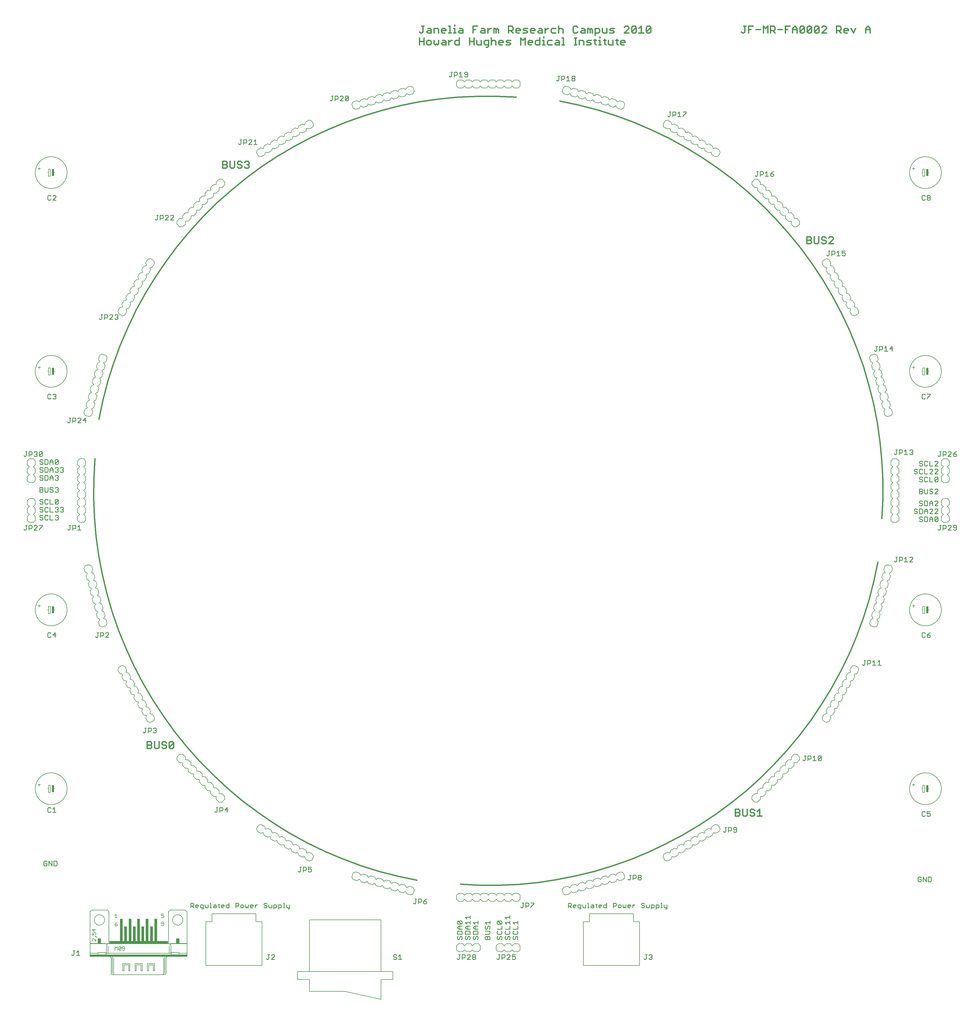
<source format=gto>
G75*
G70*
%OFA0B0*%
%FSLAX24Y24*%
%IPPOS*%
%LPD*%
%AMOC8*
5,1,8,0,0,1.08239X$1,22.5*
%
%ADD10C,0.0100*%
%ADD11C,0.0110*%
%ADD12C,0.0150*%
%ADD13C,0.0160*%
%ADD14C,0.0080*%
%ADD15C,0.0060*%
%ADD16R,0.0100X0.0950*%
%ADD17R,0.0400X0.0650*%
%ADD18C,0.0050*%
%ADD19R,0.7300X0.0300*%
%ADD20R,1.2200X0.0200*%
%ADD21R,0.0320X0.2850*%
%ADD22R,0.0320X0.1850*%
%ADD23R,0.0250X0.0900*%
D10*
X022710Y011681D02*
X022710Y012241D01*
X022990Y012241D01*
X023084Y012148D01*
X023084Y011961D01*
X022990Y011868D01*
X022710Y011868D01*
X022897Y011868D02*
X023084Y011681D01*
X023318Y011774D02*
X023318Y011961D01*
X023411Y012055D01*
X023598Y012055D01*
X023691Y011961D01*
X023691Y011868D01*
X023318Y011868D01*
X023318Y011774D02*
X023411Y011681D01*
X023598Y011681D01*
X023925Y011774D02*
X024019Y011681D01*
X024299Y011681D01*
X024299Y011588D02*
X024299Y012055D01*
X024019Y012055D01*
X023925Y011961D01*
X023925Y011774D01*
X024112Y011494D02*
X024206Y011494D01*
X024299Y011588D01*
X024533Y011774D02*
X024627Y011681D01*
X024907Y011681D01*
X024907Y012055D01*
X025141Y012241D02*
X025234Y012241D01*
X025234Y011681D01*
X025141Y011681D02*
X025328Y011681D01*
X025546Y011774D02*
X025639Y011868D01*
X025920Y011868D01*
X025920Y011961D02*
X025920Y011681D01*
X025639Y011681D01*
X025546Y011774D01*
X025639Y012055D02*
X025826Y012055D01*
X025920Y011961D01*
X026154Y012055D02*
X026341Y012055D01*
X026247Y012148D02*
X026247Y011774D01*
X026341Y011681D01*
X026559Y011774D02*
X026559Y011961D01*
X026652Y012055D01*
X026839Y012055D01*
X026932Y011961D01*
X026932Y011868D01*
X026559Y011868D01*
X026559Y011774D02*
X026652Y011681D01*
X026839Y011681D01*
X027167Y011774D02*
X027167Y011961D01*
X027260Y012055D01*
X027540Y012055D01*
X027540Y012241D02*
X027540Y011681D01*
X027260Y011681D01*
X027167Y011774D01*
X028382Y011681D02*
X028382Y012241D01*
X028662Y012241D01*
X028756Y012148D01*
X028756Y011961D01*
X028662Y011868D01*
X028382Y011868D01*
X028990Y011961D02*
X028990Y011774D01*
X029083Y011681D01*
X029270Y011681D01*
X029363Y011774D01*
X029363Y011961D01*
X029270Y012055D01*
X029083Y012055D01*
X028990Y011961D01*
X029597Y012055D02*
X029597Y011774D01*
X029691Y011681D01*
X029784Y011774D01*
X029878Y011681D01*
X029971Y011774D01*
X029971Y012055D01*
X030205Y011961D02*
X030299Y012055D01*
X030485Y012055D01*
X030579Y011961D01*
X030579Y011868D01*
X030205Y011868D01*
X030205Y011961D02*
X030205Y011774D01*
X030299Y011681D01*
X030485Y011681D01*
X030813Y011681D02*
X030813Y012055D01*
X031000Y012055D02*
X031093Y012055D01*
X031000Y012055D02*
X030813Y011868D01*
X031927Y011774D02*
X032020Y011681D01*
X032207Y011681D01*
X032301Y011774D01*
X032301Y011868D01*
X032207Y011961D01*
X032020Y011961D01*
X031927Y012055D01*
X031927Y012148D01*
X032020Y012241D01*
X032207Y012241D01*
X032301Y012148D01*
X032535Y012055D02*
X032535Y011774D01*
X032628Y011681D01*
X032908Y011681D01*
X032908Y012055D01*
X033142Y012055D02*
X033423Y012055D01*
X033516Y011961D01*
X033516Y011774D01*
X033423Y011681D01*
X033142Y011681D01*
X033142Y011494D02*
X033142Y012055D01*
X033750Y012055D02*
X034030Y012055D01*
X034124Y011961D01*
X034124Y011774D01*
X034030Y011681D01*
X033750Y011681D01*
X033750Y011494D02*
X033750Y012055D01*
X034358Y012241D02*
X034451Y012241D01*
X034451Y011681D01*
X034358Y011681D02*
X034545Y011681D01*
X034763Y011774D02*
X034856Y011681D01*
X035137Y011681D01*
X035137Y011588D02*
X035043Y011494D01*
X034950Y011494D01*
X035137Y011588D02*
X035137Y012055D01*
X034763Y012055D02*
X034763Y011774D01*
X024533Y011774D02*
X024533Y012055D01*
X070210Y011868D02*
X070490Y011868D01*
X070584Y011961D01*
X070584Y012148D01*
X070490Y012241D01*
X070210Y012241D01*
X070210Y011681D01*
X070397Y011868D02*
X070584Y011681D01*
X070818Y011774D02*
X070818Y011961D01*
X070911Y012055D01*
X071098Y012055D01*
X071191Y011961D01*
X071191Y011868D01*
X070818Y011868D01*
X070818Y011774D02*
X070911Y011681D01*
X071098Y011681D01*
X071425Y011774D02*
X071519Y011681D01*
X071799Y011681D01*
X071799Y011588D02*
X071799Y012055D01*
X071519Y012055D01*
X071425Y011961D01*
X071425Y011774D01*
X071612Y011494D02*
X071706Y011494D01*
X071799Y011588D01*
X072033Y011774D02*
X072127Y011681D01*
X072407Y011681D01*
X072407Y012055D01*
X072641Y012241D02*
X072734Y012241D01*
X072734Y011681D01*
X072641Y011681D02*
X072828Y011681D01*
X073046Y011774D02*
X073139Y011868D01*
X073420Y011868D01*
X073420Y011961D02*
X073420Y011681D01*
X073139Y011681D01*
X073046Y011774D01*
X073139Y012055D02*
X073326Y012055D01*
X073420Y011961D01*
X073654Y012055D02*
X073841Y012055D01*
X073747Y012148D02*
X073747Y011774D01*
X073841Y011681D01*
X074059Y011774D02*
X074059Y011961D01*
X074152Y012055D01*
X074339Y012055D01*
X074432Y011961D01*
X074432Y011868D01*
X074059Y011868D01*
X074059Y011774D02*
X074152Y011681D01*
X074339Y011681D01*
X074667Y011774D02*
X074667Y011961D01*
X074760Y012055D01*
X075040Y012055D01*
X075040Y012241D02*
X075040Y011681D01*
X074760Y011681D01*
X074667Y011774D01*
X075882Y011681D02*
X075882Y012241D01*
X076162Y012241D01*
X076256Y012148D01*
X076256Y011961D01*
X076162Y011868D01*
X075882Y011868D01*
X076490Y011961D02*
X076490Y011774D01*
X076583Y011681D01*
X076770Y011681D01*
X076863Y011774D01*
X076863Y011961D01*
X076770Y012055D01*
X076583Y012055D01*
X076490Y011961D01*
X077097Y012055D02*
X077097Y011774D01*
X077191Y011681D01*
X077284Y011774D01*
X077378Y011681D01*
X077471Y011774D01*
X077471Y012055D01*
X077705Y011961D02*
X077799Y012055D01*
X077985Y012055D01*
X078079Y011961D01*
X078079Y011868D01*
X077705Y011868D01*
X077705Y011961D02*
X077705Y011774D01*
X077799Y011681D01*
X077985Y011681D01*
X078313Y011681D02*
X078313Y012055D01*
X078500Y012055D02*
X078593Y012055D01*
X078500Y012055D02*
X078313Y011868D01*
X079427Y011774D02*
X079520Y011681D01*
X079707Y011681D01*
X079801Y011774D01*
X079801Y011868D01*
X079707Y011961D01*
X079520Y011961D01*
X079427Y012055D01*
X079427Y012148D01*
X079520Y012241D01*
X079707Y012241D01*
X079801Y012148D01*
X080035Y012055D02*
X080035Y011774D01*
X080128Y011681D01*
X080408Y011681D01*
X080408Y012055D01*
X080642Y012055D02*
X080923Y012055D01*
X081016Y011961D01*
X081016Y011774D01*
X080923Y011681D01*
X080642Y011681D01*
X080642Y011494D02*
X080642Y012055D01*
X081250Y012055D02*
X081530Y012055D01*
X081624Y011961D01*
X081624Y011774D01*
X081530Y011681D01*
X081250Y011681D01*
X081250Y011494D02*
X081250Y012055D01*
X081858Y012241D02*
X081951Y012241D01*
X081951Y011681D01*
X081858Y011681D02*
X082045Y011681D01*
X082263Y011774D02*
X082356Y011681D01*
X082637Y011681D01*
X082637Y011588D02*
X082543Y011494D01*
X082450Y011494D01*
X082637Y011588D02*
X082637Y012055D01*
X082263Y012055D02*
X082263Y011774D01*
X072033Y011774D02*
X072033Y012055D01*
D11*
X007813Y005686D02*
X007715Y005784D01*
X007813Y005686D02*
X007912Y005686D01*
X008010Y005784D01*
X008010Y006276D01*
X007912Y006276D02*
X008109Y006276D01*
X008360Y006080D02*
X008556Y006276D01*
X008556Y005686D01*
X008360Y005686D02*
X008753Y005686D01*
X005799Y016936D02*
X005898Y017034D01*
X005898Y017428D01*
X005799Y017526D01*
X005504Y017526D01*
X005504Y016936D01*
X005799Y016936D01*
X005253Y016936D02*
X005253Y017526D01*
X004860Y017526D02*
X005253Y016936D01*
X004860Y016936D02*
X004860Y017526D01*
X004609Y017428D02*
X004510Y017526D01*
X004313Y017526D01*
X004215Y017428D01*
X004215Y017034D01*
X004313Y016936D01*
X004510Y016936D01*
X004609Y017034D01*
X004609Y017231D01*
X004412Y017231D01*
X004813Y023686D02*
X004715Y023784D01*
X004715Y024178D01*
X004813Y024276D01*
X005010Y024276D01*
X005109Y024178D01*
X005360Y024080D02*
X005556Y024276D01*
X005556Y023686D01*
X005360Y023686D02*
X005753Y023686D01*
X005109Y023784D02*
X005010Y023686D01*
X004813Y023686D01*
X016715Y033784D02*
X016813Y033686D01*
X016912Y033686D01*
X017010Y033784D01*
X017010Y034276D01*
X016912Y034276D02*
X017109Y034276D01*
X017360Y034276D02*
X017655Y034276D01*
X017753Y034178D01*
X017753Y033981D01*
X017655Y033883D01*
X017360Y033883D01*
X017360Y033686D02*
X017360Y034276D01*
X018004Y034178D02*
X018102Y034276D01*
X018299Y034276D01*
X018398Y034178D01*
X018398Y034080D01*
X018299Y033981D01*
X018398Y033883D01*
X018398Y033784D01*
X018299Y033686D01*
X018102Y033686D01*
X018004Y033784D01*
X018201Y033981D02*
X018299Y033981D01*
X025912Y024276D02*
X026109Y024276D01*
X026010Y024276D02*
X026010Y023784D01*
X025912Y023686D01*
X025813Y023686D01*
X025715Y023784D01*
X026360Y023686D02*
X026360Y024276D01*
X026655Y024276D01*
X026753Y024178D01*
X026753Y023981D01*
X026655Y023883D01*
X026360Y023883D01*
X027004Y023981D02*
X027398Y023981D01*
X027299Y023686D02*
X027299Y024276D01*
X027004Y023981D01*
X036412Y016776D02*
X036609Y016776D01*
X036510Y016776D02*
X036510Y016284D01*
X036412Y016186D01*
X036313Y016186D01*
X036215Y016284D01*
X036860Y016186D02*
X036860Y016776D01*
X037155Y016776D01*
X037253Y016678D01*
X037253Y016481D01*
X037155Y016383D01*
X036860Y016383D01*
X037504Y016481D02*
X037701Y016580D01*
X037799Y016580D01*
X037898Y016481D01*
X037898Y016284D01*
X037799Y016186D01*
X037602Y016186D01*
X037504Y016284D01*
X037504Y016481D02*
X037504Y016776D01*
X037898Y016776D01*
X033155Y005776D02*
X032958Y005776D01*
X032860Y005678D01*
X032609Y005776D02*
X032412Y005776D01*
X032510Y005776D02*
X032510Y005284D01*
X032412Y005186D01*
X032313Y005186D01*
X032215Y005284D01*
X032860Y005186D02*
X033253Y005580D01*
X033253Y005678D01*
X033155Y005776D01*
X033253Y005186D02*
X032860Y005186D01*
X048215Y005284D02*
X048313Y005186D01*
X048510Y005186D01*
X048609Y005284D01*
X048609Y005383D01*
X048510Y005481D01*
X048313Y005481D01*
X048215Y005580D01*
X048215Y005678D01*
X048313Y005776D01*
X048510Y005776D01*
X048609Y005678D01*
X048860Y005580D02*
X049056Y005776D01*
X049056Y005186D01*
X048860Y005186D02*
X049253Y005186D01*
X050813Y012186D02*
X050912Y012186D01*
X051010Y012284D01*
X051010Y012776D01*
X050912Y012776D02*
X051109Y012776D01*
X051360Y012776D02*
X051655Y012776D01*
X051753Y012678D01*
X051753Y012481D01*
X051655Y012383D01*
X051360Y012383D01*
X051360Y012186D02*
X051360Y012776D01*
X052004Y012481D02*
X052004Y012284D01*
X052102Y012186D01*
X052299Y012186D01*
X052398Y012284D01*
X052398Y012383D01*
X052299Y012481D01*
X052004Y012481D01*
X052201Y012678D01*
X052398Y012776D01*
X050813Y012186D02*
X050715Y012284D01*
X056265Y009915D02*
X056363Y010013D01*
X056757Y009620D01*
X056855Y009718D01*
X056855Y009915D01*
X056757Y010013D01*
X056363Y010013D01*
X056265Y009915D02*
X056265Y009718D01*
X056363Y009620D01*
X056757Y009620D01*
X056855Y009369D02*
X056461Y009369D01*
X056265Y009172D01*
X056461Y008975D01*
X056855Y008975D01*
X056757Y008724D02*
X056363Y008724D01*
X056265Y008626D01*
X056265Y008331D01*
X056855Y008331D01*
X056855Y008626D01*
X056757Y008724D01*
X056560Y008975D02*
X056560Y009369D01*
X057265Y009172D02*
X057461Y009369D01*
X057855Y009369D01*
X057855Y009620D02*
X057855Y010013D01*
X057855Y009816D02*
X057265Y009816D01*
X057461Y009620D01*
X057560Y009369D02*
X057560Y008975D01*
X057461Y008975D02*
X057265Y009172D01*
X057461Y008975D02*
X057855Y008975D01*
X057757Y008724D02*
X057363Y008724D01*
X057265Y008626D01*
X057265Y008331D01*
X057855Y008331D01*
X057855Y008626D01*
X057757Y008724D01*
X058265Y008626D02*
X058363Y008724D01*
X058757Y008724D01*
X058855Y008626D01*
X058855Y008331D01*
X058265Y008331D01*
X058265Y008626D01*
X058461Y008975D02*
X058265Y009172D01*
X058461Y009369D01*
X058855Y009369D01*
X058855Y009620D02*
X058855Y010013D01*
X058855Y009816D02*
X058265Y009816D01*
X058461Y009620D01*
X058560Y009369D02*
X058560Y008975D01*
X058461Y008975D02*
X058855Y008975D01*
X058757Y008080D02*
X058855Y007981D01*
X058855Y007784D01*
X058757Y007686D01*
X058560Y007784D02*
X058560Y007981D01*
X058658Y008080D01*
X058757Y008080D01*
X058560Y007784D02*
X058461Y007686D01*
X058363Y007686D01*
X058265Y007784D01*
X058265Y007981D01*
X058363Y008080D01*
X057855Y007981D02*
X057855Y007784D01*
X057757Y007686D01*
X057560Y007784D02*
X057560Y007981D01*
X057658Y008080D01*
X057757Y008080D01*
X057855Y007981D01*
X057560Y007784D02*
X057461Y007686D01*
X057363Y007686D01*
X057265Y007784D01*
X057265Y007981D01*
X057363Y008080D01*
X056855Y007981D02*
X056855Y007784D01*
X056757Y007686D01*
X056560Y007784D02*
X056560Y007981D01*
X056658Y008080D01*
X056757Y008080D01*
X056855Y007981D01*
X056560Y007784D02*
X056461Y007686D01*
X056363Y007686D01*
X056265Y007784D01*
X056265Y007981D01*
X056363Y008080D01*
X056412Y005776D02*
X056609Y005776D01*
X056510Y005776D02*
X056510Y005284D01*
X056412Y005186D01*
X056313Y005186D01*
X056215Y005284D01*
X056860Y005186D02*
X056860Y005776D01*
X057155Y005776D01*
X057253Y005678D01*
X057253Y005481D01*
X057155Y005383D01*
X056860Y005383D01*
X057504Y005186D02*
X057898Y005580D01*
X057898Y005678D01*
X057799Y005776D01*
X057602Y005776D01*
X057504Y005678D01*
X057504Y005186D02*
X057898Y005186D01*
X058149Y005284D02*
X058149Y005383D01*
X058247Y005481D01*
X058444Y005481D01*
X058542Y005383D01*
X058542Y005284D01*
X058444Y005186D01*
X058247Y005186D01*
X058149Y005284D01*
X058247Y005481D02*
X058149Y005580D01*
X058149Y005678D01*
X058247Y005776D01*
X058444Y005776D01*
X058542Y005678D01*
X058542Y005580D01*
X058444Y005481D01*
X059765Y007686D02*
X059765Y007981D01*
X059863Y008080D01*
X059961Y008080D01*
X060060Y007981D01*
X060060Y007686D01*
X060355Y007686D02*
X059765Y007686D01*
X060060Y007981D02*
X060158Y008080D01*
X060257Y008080D01*
X060355Y007981D01*
X060355Y007686D01*
X060257Y008331D02*
X060355Y008429D01*
X060355Y008626D01*
X060257Y008724D01*
X059765Y008724D01*
X059863Y008975D02*
X059961Y008975D01*
X060060Y009073D01*
X060060Y009270D01*
X060158Y009369D01*
X060257Y009369D01*
X060355Y009270D01*
X060355Y009073D01*
X060257Y008975D01*
X059863Y008975D02*
X059765Y009073D01*
X059765Y009270D01*
X059863Y009369D01*
X059961Y009620D02*
X059765Y009816D01*
X060355Y009816D01*
X060355Y009620D02*
X060355Y010013D01*
X061265Y009915D02*
X061363Y010013D01*
X061757Y009620D01*
X061855Y009718D01*
X061855Y009915D01*
X061757Y010013D01*
X061363Y010013D01*
X061265Y009915D02*
X061265Y009718D01*
X061363Y009620D01*
X061757Y009620D01*
X061855Y009369D02*
X061855Y008975D01*
X061265Y008975D01*
X061363Y008724D02*
X061265Y008626D01*
X061265Y008429D01*
X061363Y008331D01*
X061757Y008331D01*
X061855Y008429D01*
X061855Y008626D01*
X061757Y008724D01*
X062265Y008626D02*
X062363Y008724D01*
X062265Y008626D02*
X062265Y008429D01*
X062363Y008331D01*
X062757Y008331D01*
X062855Y008429D01*
X062855Y008626D01*
X062757Y008724D01*
X062855Y008975D02*
X062855Y009369D01*
X062855Y009620D02*
X062855Y010013D01*
X062855Y009816D02*
X062265Y009816D01*
X062461Y009620D01*
X062461Y010264D02*
X062265Y010461D01*
X062855Y010461D01*
X062855Y010264D02*
X062855Y010658D01*
X063265Y009816D02*
X063855Y009816D01*
X063855Y009620D02*
X063855Y010013D01*
X063461Y009620D02*
X063265Y009816D01*
X063855Y009369D02*
X063855Y008975D01*
X063265Y008975D01*
X063363Y008724D02*
X063265Y008626D01*
X063265Y008429D01*
X063363Y008331D01*
X063757Y008331D01*
X063855Y008429D01*
X063855Y008626D01*
X063757Y008724D01*
X063757Y008080D02*
X063855Y007981D01*
X063855Y007784D01*
X063757Y007686D01*
X063560Y007784D02*
X063560Y007981D01*
X063658Y008080D01*
X063757Y008080D01*
X063560Y007784D02*
X063461Y007686D01*
X063363Y007686D01*
X063265Y007784D01*
X063265Y007981D01*
X063363Y008080D01*
X062855Y007981D02*
X062855Y007784D01*
X062757Y007686D01*
X062560Y007784D02*
X062560Y007981D01*
X062658Y008080D01*
X062757Y008080D01*
X062855Y007981D01*
X062560Y007784D02*
X062461Y007686D01*
X062363Y007686D01*
X062265Y007784D01*
X062265Y007981D01*
X062363Y008080D01*
X061855Y007981D02*
X061855Y007784D01*
X061757Y007686D01*
X061560Y007784D02*
X061560Y007981D01*
X061658Y008080D01*
X061757Y008080D01*
X061855Y007981D01*
X061560Y007784D02*
X061461Y007686D01*
X061363Y007686D01*
X061265Y007784D01*
X061265Y007981D01*
X061363Y008080D01*
X060257Y008331D02*
X059765Y008331D01*
X062265Y008975D02*
X062855Y008975D01*
X064313Y011686D02*
X064412Y011686D01*
X064510Y011784D01*
X064510Y012276D01*
X064412Y012276D02*
X064609Y012276D01*
X064860Y012276D02*
X065155Y012276D01*
X065253Y012178D01*
X065253Y011981D01*
X065155Y011883D01*
X064860Y011883D01*
X064860Y011686D02*
X064860Y012276D01*
X065504Y012276D02*
X065898Y012276D01*
X065898Y012178D01*
X065504Y011784D01*
X065504Y011686D01*
X064313Y011686D02*
X064215Y011784D01*
X063542Y005776D02*
X063149Y005776D01*
X063149Y005481D01*
X063345Y005580D01*
X063444Y005580D01*
X063542Y005481D01*
X063542Y005284D01*
X063444Y005186D01*
X063247Y005186D01*
X063149Y005284D01*
X062898Y005186D02*
X062504Y005186D01*
X062898Y005580D01*
X062898Y005678D01*
X062799Y005776D01*
X062602Y005776D01*
X062504Y005678D01*
X062253Y005678D02*
X062253Y005481D01*
X062155Y005383D01*
X061860Y005383D01*
X061860Y005186D02*
X061860Y005776D01*
X062155Y005776D01*
X062253Y005678D01*
X061609Y005776D02*
X061412Y005776D01*
X061510Y005776D02*
X061510Y005284D01*
X061412Y005186D01*
X061313Y005186D01*
X061215Y005284D01*
X057855Y010264D02*
X057855Y010658D01*
X057855Y010461D02*
X057265Y010461D01*
X057461Y010264D01*
X077715Y015284D02*
X077813Y015186D01*
X077912Y015186D01*
X078010Y015284D01*
X078010Y015776D01*
X077912Y015776D02*
X078109Y015776D01*
X078360Y015776D02*
X078655Y015776D01*
X078753Y015678D01*
X078753Y015481D01*
X078655Y015383D01*
X078360Y015383D01*
X078360Y015186D02*
X078360Y015776D01*
X079004Y015678D02*
X079004Y015580D01*
X079102Y015481D01*
X079299Y015481D01*
X079398Y015383D01*
X079398Y015284D01*
X079299Y015186D01*
X079102Y015186D01*
X079004Y015284D01*
X079004Y015383D01*
X079102Y015481D01*
X079299Y015481D02*
X079398Y015580D01*
X079398Y015678D01*
X079299Y015776D01*
X079102Y015776D01*
X079004Y015678D01*
X079912Y005776D02*
X080109Y005776D01*
X080010Y005776D02*
X080010Y005284D01*
X079912Y005186D01*
X079813Y005186D01*
X079715Y005284D01*
X080360Y005284D02*
X080458Y005186D01*
X080655Y005186D01*
X080753Y005284D01*
X080753Y005383D01*
X080655Y005481D01*
X080556Y005481D01*
X080655Y005481D02*
X080753Y005580D01*
X080753Y005678D01*
X080655Y005776D01*
X080458Y005776D01*
X080360Y005678D01*
X089813Y021186D02*
X089912Y021186D01*
X090010Y021284D01*
X090010Y021776D01*
X089912Y021776D02*
X090109Y021776D01*
X090360Y021776D02*
X090655Y021776D01*
X090753Y021678D01*
X090753Y021481D01*
X090655Y021383D01*
X090360Y021383D01*
X090360Y021186D02*
X090360Y021776D01*
X091004Y021678D02*
X091004Y021580D01*
X091102Y021481D01*
X091398Y021481D01*
X091398Y021284D02*
X091398Y021678D01*
X091299Y021776D01*
X091102Y021776D01*
X091004Y021678D01*
X091004Y021284D02*
X091102Y021186D01*
X091299Y021186D01*
X091398Y021284D01*
X089813Y021186D02*
X089715Y021284D01*
X099715Y030284D02*
X099813Y030186D01*
X099912Y030186D01*
X100010Y030284D01*
X100010Y030776D01*
X099912Y030776D02*
X100109Y030776D01*
X100360Y030776D02*
X100655Y030776D01*
X100753Y030678D01*
X100753Y030481D01*
X100655Y030383D01*
X100360Y030383D01*
X100360Y030186D02*
X100360Y030776D01*
X101004Y030580D02*
X101201Y030776D01*
X101201Y030186D01*
X101004Y030186D02*
X101398Y030186D01*
X101649Y030284D02*
X102042Y030678D01*
X102042Y030284D01*
X101944Y030186D01*
X101747Y030186D01*
X101649Y030284D01*
X101649Y030678D01*
X101747Y030776D01*
X101944Y030776D01*
X102042Y030678D01*
X107313Y042186D02*
X107412Y042186D01*
X107510Y042284D01*
X107510Y042776D01*
X107412Y042776D02*
X107609Y042776D01*
X107860Y042776D02*
X108155Y042776D01*
X108253Y042678D01*
X108253Y042481D01*
X108155Y042383D01*
X107860Y042383D01*
X107860Y042186D02*
X107860Y042776D01*
X108504Y042580D02*
X108701Y042776D01*
X108701Y042186D01*
X108504Y042186D02*
X108898Y042186D01*
X109149Y042186D02*
X109542Y042186D01*
X109345Y042186D02*
X109345Y042776D01*
X109149Y042580D01*
X107313Y042186D02*
X107215Y042284D01*
X114715Y045784D02*
X114813Y045686D01*
X115010Y045686D01*
X115109Y045784D01*
X115360Y045784D02*
X115458Y045686D01*
X115655Y045686D01*
X115753Y045784D01*
X115753Y045883D01*
X115655Y045981D01*
X115360Y045981D01*
X115360Y045784D01*
X115360Y045981D02*
X115556Y046178D01*
X115753Y046276D01*
X115109Y046178D02*
X115010Y046276D01*
X114813Y046276D01*
X114715Y046178D01*
X114715Y045784D01*
X113542Y055186D02*
X113149Y055186D01*
X113542Y055580D01*
X113542Y055678D01*
X113444Y055776D01*
X113247Y055776D01*
X113149Y055678D01*
X112701Y055776D02*
X112701Y055186D01*
X112504Y055186D02*
X112898Y055186D01*
X112504Y055580D02*
X112701Y055776D01*
X112253Y055678D02*
X112253Y055481D01*
X112155Y055383D01*
X111860Y055383D01*
X111860Y055186D02*
X111860Y055776D01*
X112155Y055776D01*
X112253Y055678D01*
X111609Y055776D02*
X111412Y055776D01*
X111510Y055776D02*
X111510Y055284D01*
X111412Y055186D01*
X111313Y055186D01*
X111215Y055284D01*
X114485Y060236D02*
X114387Y060334D01*
X114485Y060236D02*
X114682Y060236D01*
X114780Y060334D01*
X114780Y060433D01*
X114682Y060531D01*
X114485Y060531D01*
X114387Y060630D01*
X114387Y060728D01*
X114485Y060826D01*
X114682Y060826D01*
X114780Y060728D01*
X115031Y060826D02*
X115327Y060826D01*
X115425Y060728D01*
X115425Y060334D01*
X115327Y060236D01*
X115031Y060236D01*
X115031Y060826D01*
X115031Y061236D02*
X115031Y061630D01*
X115228Y061826D01*
X115425Y061630D01*
X115425Y061236D01*
X115676Y061236D02*
X116070Y061630D01*
X116070Y061728D01*
X115971Y061826D01*
X115774Y061826D01*
X115676Y061728D01*
X115425Y061531D02*
X115031Y061531D01*
X114780Y061334D02*
X114780Y061728D01*
X114682Y061826D01*
X114387Y061826D01*
X114387Y061236D01*
X114682Y061236D01*
X114780Y061334D01*
X114136Y061334D02*
X114038Y061236D01*
X113841Y061236D01*
X113742Y061334D01*
X113841Y061531D02*
X114038Y061531D01*
X114136Y061433D01*
X114136Y061334D01*
X113841Y061531D02*
X113742Y061630D01*
X113742Y061728D01*
X113841Y061826D01*
X114038Y061826D01*
X114136Y061728D01*
X114485Y062236D02*
X114387Y062334D01*
X114485Y062236D02*
X114682Y062236D01*
X114780Y062334D01*
X114780Y062433D01*
X114682Y062531D01*
X114485Y062531D01*
X114387Y062630D01*
X114387Y062728D01*
X114485Y062826D01*
X114682Y062826D01*
X114780Y062728D01*
X115031Y062826D02*
X115327Y062826D01*
X115425Y062728D01*
X115425Y062334D01*
X115327Y062236D01*
X115031Y062236D01*
X115031Y062826D01*
X115676Y062630D02*
X115873Y062826D01*
X116070Y062630D01*
X116070Y062236D01*
X116320Y062236D02*
X116714Y062630D01*
X116714Y062728D01*
X116616Y062826D01*
X116419Y062826D01*
X116320Y062728D01*
X116070Y062531D02*
X115676Y062531D01*
X115676Y062630D02*
X115676Y062236D01*
X116320Y062236D02*
X116714Y062236D01*
X116616Y061826D02*
X116419Y061826D01*
X116320Y061728D01*
X116616Y061826D02*
X116714Y061728D01*
X116714Y061630D01*
X116320Y061236D01*
X116714Y061236D01*
X116616Y060826D02*
X116714Y060728D01*
X116320Y060334D01*
X116419Y060236D01*
X116616Y060236D01*
X116714Y060334D01*
X116714Y060728D01*
X116616Y060826D02*
X116419Y060826D01*
X116320Y060728D01*
X116320Y060334D01*
X116070Y060236D02*
X116070Y060630D01*
X115873Y060826D01*
X115676Y060630D01*
X115676Y060236D01*
X115676Y060531D02*
X116070Y060531D01*
X116070Y061236D02*
X115676Y061236D01*
X116912Y059776D02*
X117109Y059776D01*
X117010Y059776D02*
X117010Y059284D01*
X116912Y059186D01*
X116813Y059186D01*
X116715Y059284D01*
X117360Y059186D02*
X117360Y059776D01*
X117655Y059776D01*
X117753Y059678D01*
X117753Y059481D01*
X117655Y059383D01*
X117360Y059383D01*
X118004Y059186D02*
X118398Y059580D01*
X118398Y059678D01*
X118299Y059776D01*
X118102Y059776D01*
X118004Y059678D01*
X118004Y059186D02*
X118398Y059186D01*
X118649Y059284D02*
X118747Y059186D01*
X118944Y059186D01*
X119042Y059284D01*
X119042Y059678D01*
X118944Y059776D01*
X118747Y059776D01*
X118649Y059678D01*
X118649Y059580D01*
X118747Y059481D01*
X119042Y059481D01*
X116714Y063736D02*
X116320Y063736D01*
X116714Y064130D01*
X116714Y064228D01*
X116616Y064326D01*
X116419Y064326D01*
X116320Y064228D01*
X116070Y064228D02*
X115971Y064326D01*
X115774Y064326D01*
X115676Y064228D01*
X115676Y064130D01*
X115774Y064031D01*
X115971Y064031D01*
X116070Y063933D01*
X116070Y063834D01*
X115971Y063736D01*
X115774Y063736D01*
X115676Y063834D01*
X115425Y063834D02*
X115425Y064326D01*
X115031Y064326D02*
X115031Y063834D01*
X115130Y063736D01*
X115327Y063736D01*
X115425Y063834D01*
X114780Y063834D02*
X114682Y063736D01*
X114387Y063736D01*
X114387Y064326D01*
X114682Y064326D01*
X114780Y064228D01*
X114780Y064130D01*
X114682Y064031D01*
X114387Y064031D01*
X114682Y064031D02*
X114780Y063933D01*
X114780Y063834D01*
X114682Y065236D02*
X114485Y065236D01*
X114387Y065334D01*
X114485Y065531D02*
X114682Y065531D01*
X114780Y065433D01*
X114780Y065334D01*
X114682Y065236D01*
X114485Y065531D02*
X114387Y065630D01*
X114387Y065728D01*
X114485Y065826D01*
X114682Y065826D01*
X114780Y065728D01*
X115031Y065728D02*
X115031Y065334D01*
X115130Y065236D01*
X115327Y065236D01*
X115425Y065334D01*
X115676Y065236D02*
X116070Y065236D01*
X116320Y065334D02*
X116714Y065728D01*
X116714Y065334D01*
X116616Y065236D01*
X116419Y065236D01*
X116320Y065334D01*
X116320Y065728D01*
X116419Y065826D01*
X116616Y065826D01*
X116714Y065728D01*
X116714Y066236D02*
X116320Y066236D01*
X116714Y066630D01*
X116714Y066728D01*
X116616Y066826D01*
X116419Y066826D01*
X116320Y066728D01*
X116070Y066728D02*
X115971Y066826D01*
X115774Y066826D01*
X115676Y066728D01*
X116070Y066728D02*
X116070Y066630D01*
X115676Y066236D01*
X116070Y066236D01*
X115676Y065826D02*
X115676Y065236D01*
X115425Y065728D02*
X115327Y065826D01*
X115130Y065826D01*
X115031Y065728D01*
X115031Y066236D02*
X115425Y066236D01*
X115031Y066236D02*
X115031Y066826D01*
X114780Y066728D02*
X114682Y066826D01*
X114485Y066826D01*
X114387Y066728D01*
X114387Y066334D01*
X114485Y066236D01*
X114682Y066236D01*
X114780Y066334D01*
X114136Y066334D02*
X114038Y066236D01*
X113841Y066236D01*
X113742Y066334D01*
X113841Y066531D02*
X114038Y066531D01*
X114136Y066433D01*
X114136Y066334D01*
X113841Y066531D02*
X113742Y066630D01*
X113742Y066728D01*
X113841Y066826D01*
X114038Y066826D01*
X114136Y066728D01*
X114485Y067236D02*
X114387Y067334D01*
X114485Y067236D02*
X114682Y067236D01*
X114780Y067334D01*
X114780Y067433D01*
X114682Y067531D01*
X114485Y067531D01*
X114387Y067630D01*
X114387Y067728D01*
X114485Y067826D01*
X114682Y067826D01*
X114780Y067728D01*
X115031Y067728D02*
X115031Y067334D01*
X115130Y067236D01*
X115327Y067236D01*
X115425Y067334D01*
X115676Y067236D02*
X116070Y067236D01*
X116320Y067236D02*
X116714Y067630D01*
X116714Y067728D01*
X116616Y067826D01*
X116419Y067826D01*
X116320Y067728D01*
X116320Y067236D02*
X116714Y067236D01*
X115676Y067236D02*
X115676Y067826D01*
X115425Y067728D02*
X115327Y067826D01*
X115130Y067826D01*
X115031Y067728D01*
X113542Y068784D02*
X113444Y068686D01*
X113247Y068686D01*
X113149Y068784D01*
X112898Y068686D02*
X112504Y068686D01*
X112701Y068686D02*
X112701Y069276D01*
X112504Y069080D01*
X112253Y069178D02*
X112253Y068981D01*
X112155Y068883D01*
X111860Y068883D01*
X111860Y068686D02*
X111860Y069276D01*
X112155Y069276D01*
X112253Y069178D01*
X111609Y069276D02*
X111412Y069276D01*
X111510Y069276D02*
X111510Y068784D01*
X111412Y068686D01*
X111313Y068686D01*
X111215Y068784D01*
X113149Y069178D02*
X113247Y069276D01*
X113444Y069276D01*
X113542Y069178D01*
X113542Y069080D01*
X113444Y068981D01*
X113542Y068883D01*
X113542Y068784D01*
X113444Y068981D02*
X113345Y068981D01*
X116715Y068534D02*
X116813Y068436D01*
X116912Y068436D01*
X117010Y068534D01*
X117010Y069026D01*
X116912Y069026D02*
X117109Y069026D01*
X117360Y069026D02*
X117655Y069026D01*
X117753Y068928D01*
X117753Y068731D01*
X117655Y068633D01*
X117360Y068633D01*
X117360Y068436D02*
X117360Y069026D01*
X118004Y068928D02*
X118102Y069026D01*
X118299Y069026D01*
X118398Y068928D01*
X118398Y068830D01*
X118004Y068436D01*
X118398Y068436D01*
X118649Y068534D02*
X118747Y068436D01*
X118944Y068436D01*
X119042Y068534D01*
X119042Y068633D01*
X118944Y068731D01*
X118649Y068731D01*
X118649Y068534D01*
X118649Y068731D02*
X118845Y068928D01*
X119042Y069026D01*
X115360Y075686D02*
X115360Y075784D01*
X115753Y076178D01*
X115753Y076276D01*
X115360Y076276D01*
X115109Y076178D02*
X115010Y076276D01*
X114813Y076276D01*
X114715Y076178D01*
X114715Y075784D01*
X114813Y075686D01*
X115010Y075686D01*
X115109Y075784D01*
X110944Y081686D02*
X110944Y082276D01*
X110649Y081981D01*
X111042Y081981D01*
X110398Y081686D02*
X110004Y081686D01*
X110201Y081686D02*
X110201Y082276D01*
X110004Y082080D01*
X109753Y082178D02*
X109753Y081981D01*
X109655Y081883D01*
X109360Y081883D01*
X109360Y081686D02*
X109360Y082276D01*
X109655Y082276D01*
X109753Y082178D01*
X109109Y082276D02*
X108912Y082276D01*
X109010Y082276D02*
X109010Y081784D01*
X108912Y081686D01*
X108813Y081686D01*
X108715Y081784D01*
X104944Y093686D02*
X104747Y093686D01*
X104649Y093784D01*
X104649Y093981D02*
X104845Y094080D01*
X104944Y094080D01*
X105042Y093981D01*
X105042Y093784D01*
X104944Y093686D01*
X104649Y093981D02*
X104649Y094276D01*
X105042Y094276D01*
X104201Y094276D02*
X104201Y093686D01*
X104004Y093686D02*
X104398Y093686D01*
X104004Y094080D02*
X104201Y094276D01*
X103753Y094178D02*
X103753Y093981D01*
X103655Y093883D01*
X103360Y093883D01*
X103360Y093686D02*
X103360Y094276D01*
X103655Y094276D01*
X103753Y094178D01*
X103109Y094276D02*
X102912Y094276D01*
X103010Y094276D02*
X103010Y093784D01*
X102912Y093686D01*
X102813Y093686D01*
X102715Y093784D01*
X095944Y103686D02*
X096042Y103784D01*
X096042Y103883D01*
X095944Y103981D01*
X095649Y103981D01*
X095649Y103784D01*
X095747Y103686D01*
X095944Y103686D01*
X095649Y103981D02*
X095845Y104178D01*
X096042Y104276D01*
X095201Y104276D02*
X095201Y103686D01*
X095004Y103686D02*
X095398Y103686D01*
X095004Y104080D02*
X095201Y104276D01*
X094753Y104178D02*
X094753Y103981D01*
X094655Y103883D01*
X094360Y103883D01*
X094360Y103686D02*
X094360Y104276D01*
X094655Y104276D01*
X094753Y104178D01*
X094109Y104276D02*
X093912Y104276D01*
X094010Y104276D02*
X094010Y103784D01*
X093912Y103686D01*
X093813Y103686D01*
X093715Y103784D01*
X084649Y111186D02*
X084649Y111284D01*
X085042Y111678D01*
X085042Y111776D01*
X084649Y111776D01*
X084201Y111776D02*
X084201Y111186D01*
X084004Y111186D02*
X084398Y111186D01*
X084004Y111580D02*
X084201Y111776D01*
X083753Y111678D02*
X083753Y111481D01*
X083655Y111383D01*
X083360Y111383D01*
X083360Y111186D02*
X083360Y111776D01*
X083655Y111776D01*
X083753Y111678D01*
X083109Y111776D02*
X082912Y111776D01*
X083010Y111776D02*
X083010Y111284D01*
X082912Y111186D01*
X082813Y111186D01*
X082715Y111284D01*
X071042Y115784D02*
X070944Y115686D01*
X070747Y115686D01*
X070649Y115784D01*
X070649Y115883D01*
X070747Y115981D01*
X070944Y115981D01*
X071042Y115883D01*
X071042Y115784D01*
X070944Y115981D02*
X071042Y116080D01*
X071042Y116178D01*
X070944Y116276D01*
X070747Y116276D01*
X070649Y116178D01*
X070649Y116080D01*
X070747Y115981D01*
X070398Y115686D02*
X070004Y115686D01*
X070201Y115686D02*
X070201Y116276D01*
X070004Y116080D01*
X069753Y116178D02*
X069753Y115981D01*
X069655Y115883D01*
X069360Y115883D01*
X069360Y115686D02*
X069360Y116276D01*
X069655Y116276D01*
X069753Y116178D01*
X069109Y116276D02*
X068912Y116276D01*
X069010Y116276D02*
X069010Y115784D01*
X068912Y115686D01*
X068813Y115686D01*
X068715Y115784D01*
X057542Y116284D02*
X057542Y116678D01*
X057444Y116776D01*
X057247Y116776D01*
X057149Y116678D01*
X057149Y116580D01*
X057247Y116481D01*
X057542Y116481D01*
X057542Y116284D02*
X057444Y116186D01*
X057247Y116186D01*
X057149Y116284D01*
X056898Y116186D02*
X056504Y116186D01*
X056701Y116186D02*
X056701Y116776D01*
X056504Y116580D01*
X056253Y116678D02*
X056253Y116481D01*
X056155Y116383D01*
X055860Y116383D01*
X055860Y116186D02*
X055860Y116776D01*
X056155Y116776D01*
X056253Y116678D01*
X055609Y116776D02*
X055412Y116776D01*
X055510Y116776D02*
X055510Y116284D01*
X055412Y116186D01*
X055313Y116186D01*
X055215Y116284D01*
X042542Y113678D02*
X042149Y113284D01*
X042247Y113186D01*
X042444Y113186D01*
X042542Y113284D01*
X042542Y113678D01*
X042444Y113776D01*
X042247Y113776D01*
X042149Y113678D01*
X042149Y113284D01*
X041898Y113186D02*
X041504Y113186D01*
X041898Y113580D01*
X041898Y113678D01*
X041799Y113776D01*
X041602Y113776D01*
X041504Y113678D01*
X041253Y113678D02*
X041253Y113481D01*
X041155Y113383D01*
X040860Y113383D01*
X040860Y113186D02*
X040860Y113776D01*
X041155Y113776D01*
X041253Y113678D01*
X040609Y113776D02*
X040412Y113776D01*
X040510Y113776D02*
X040510Y113284D01*
X040412Y113186D01*
X040313Y113186D01*
X040215Y113284D01*
X030845Y108276D02*
X030845Y107686D01*
X030649Y107686D02*
X031042Y107686D01*
X030649Y108080D02*
X030845Y108276D01*
X030398Y108178D02*
X030299Y108276D01*
X030102Y108276D01*
X030004Y108178D01*
X029753Y108178D02*
X029753Y107981D01*
X029655Y107883D01*
X029360Y107883D01*
X029360Y107686D02*
X029360Y108276D01*
X029655Y108276D01*
X029753Y108178D01*
X030004Y107686D02*
X030398Y108080D01*
X030398Y108178D01*
X030398Y107686D02*
X030004Y107686D01*
X029010Y107784D02*
X029010Y108276D01*
X028912Y108276D02*
X029109Y108276D01*
X029010Y107784D02*
X028912Y107686D01*
X028813Y107686D01*
X028715Y107784D01*
X020444Y098776D02*
X020247Y098776D01*
X020149Y098678D01*
X019898Y098678D02*
X019799Y098776D01*
X019602Y098776D01*
X019504Y098678D01*
X019253Y098678D02*
X019253Y098481D01*
X019155Y098383D01*
X018860Y098383D01*
X018860Y098186D02*
X018860Y098776D01*
X019155Y098776D01*
X019253Y098678D01*
X019504Y098186D02*
X019898Y098580D01*
X019898Y098678D01*
X019898Y098186D02*
X019504Y098186D01*
X020149Y098186D02*
X020542Y098580D01*
X020542Y098678D01*
X020444Y098776D01*
X020542Y098186D02*
X020149Y098186D01*
X018510Y098284D02*
X018510Y098776D01*
X018412Y098776D02*
X018609Y098776D01*
X018510Y098284D02*
X018412Y098186D01*
X018313Y098186D01*
X018215Y098284D01*
X013444Y086276D02*
X013542Y086178D01*
X013542Y086080D01*
X013444Y085981D01*
X013542Y085883D01*
X013542Y085784D01*
X013444Y085686D01*
X013247Y085686D01*
X013149Y085784D01*
X012898Y085686D02*
X012504Y085686D01*
X012898Y086080D01*
X012898Y086178D01*
X012799Y086276D01*
X012602Y086276D01*
X012504Y086178D01*
X012253Y086178D02*
X012253Y085981D01*
X012155Y085883D01*
X011860Y085883D01*
X011860Y085686D02*
X011860Y086276D01*
X012155Y086276D01*
X012253Y086178D01*
X011609Y086276D02*
X011412Y086276D01*
X011510Y086276D02*
X011510Y085784D01*
X011412Y085686D01*
X011313Y085686D01*
X011215Y085784D01*
X013149Y086178D02*
X013247Y086276D01*
X013444Y086276D01*
X013444Y085981D02*
X013345Y085981D01*
X005655Y076276D02*
X005753Y076178D01*
X005753Y076080D01*
X005655Y075981D01*
X005753Y075883D01*
X005753Y075784D01*
X005655Y075686D01*
X005458Y075686D01*
X005360Y075784D01*
X005109Y075784D02*
X005010Y075686D01*
X004813Y075686D01*
X004715Y075784D01*
X004715Y076178D01*
X004813Y076276D01*
X005010Y076276D01*
X005109Y076178D01*
X005360Y076178D02*
X005458Y076276D01*
X005655Y076276D01*
X005655Y075981D02*
X005556Y075981D01*
X007412Y073276D02*
X007609Y073276D01*
X007510Y073276D02*
X007510Y072784D01*
X007412Y072686D01*
X007313Y072686D01*
X007215Y072784D01*
X007860Y072686D02*
X007860Y073276D01*
X008155Y073276D01*
X008253Y073178D01*
X008253Y072981D01*
X008155Y072883D01*
X007860Y072883D01*
X008504Y072686D02*
X008898Y073080D01*
X008898Y073178D01*
X008799Y073276D01*
X008602Y073276D01*
X008504Y073178D01*
X008504Y072686D02*
X008898Y072686D01*
X009149Y072981D02*
X009542Y072981D01*
X009444Y072686D02*
X009444Y073276D01*
X009149Y072981D01*
X005944Y068026D02*
X006042Y067928D01*
X005649Y067534D01*
X005747Y067436D01*
X005944Y067436D01*
X006042Y067534D01*
X006042Y067928D01*
X005944Y068026D02*
X005747Y068026D01*
X005649Y067928D01*
X005649Y067534D01*
X005398Y067436D02*
X005398Y067830D01*
X005201Y068026D01*
X005004Y067830D01*
X005004Y067436D01*
X004753Y067534D02*
X004753Y067928D01*
X004655Y068026D01*
X004360Y068026D01*
X004360Y067436D01*
X004655Y067436D01*
X004753Y067534D01*
X005004Y067731D02*
X005398Y067731D01*
X005201Y067026D02*
X005398Y066830D01*
X005398Y066436D01*
X005649Y066534D02*
X005747Y066436D01*
X005944Y066436D01*
X006042Y066534D01*
X006042Y066633D01*
X005944Y066731D01*
X005845Y066731D01*
X005944Y066731D02*
X006042Y066830D01*
X006042Y066928D01*
X005944Y067026D01*
X005747Y067026D01*
X005649Y066928D01*
X005398Y066731D02*
X005004Y066731D01*
X005004Y066830D02*
X005201Y067026D01*
X005004Y066830D02*
X005004Y066436D01*
X004753Y066534D02*
X004753Y066928D01*
X004655Y067026D01*
X004360Y067026D01*
X004360Y066436D01*
X004655Y066436D01*
X004753Y066534D01*
X004655Y066026D02*
X004360Y066026D01*
X004360Y065436D01*
X004655Y065436D01*
X004753Y065534D01*
X004753Y065928D01*
X004655Y066026D01*
X005004Y065830D02*
X005201Y066026D01*
X005398Y065830D01*
X005398Y065436D01*
X005649Y065534D02*
X005747Y065436D01*
X005944Y065436D01*
X006042Y065534D01*
X006042Y065633D01*
X005944Y065731D01*
X005845Y065731D01*
X005944Y065731D02*
X006042Y065830D01*
X006042Y065928D01*
X005944Y066026D01*
X005747Y066026D01*
X005649Y065928D01*
X005398Y065731D02*
X005004Y065731D01*
X005004Y065830D02*
X005004Y065436D01*
X004109Y065534D02*
X004010Y065436D01*
X003813Y065436D01*
X003715Y065534D01*
X003813Y065731D02*
X004010Y065731D01*
X004109Y065633D01*
X004109Y065534D01*
X003813Y065731D02*
X003715Y065830D01*
X003715Y065928D01*
X003813Y066026D01*
X004010Y066026D01*
X004109Y065928D01*
X004010Y066436D02*
X003813Y066436D01*
X003715Y066534D01*
X003813Y066731D02*
X004010Y066731D01*
X004109Y066633D01*
X004109Y066534D01*
X004010Y066436D01*
X003813Y066731D02*
X003715Y066830D01*
X003715Y066928D01*
X003813Y067026D01*
X004010Y067026D01*
X004109Y066928D01*
X004010Y067436D02*
X003813Y067436D01*
X003715Y067534D01*
X003813Y067731D02*
X004010Y067731D01*
X004109Y067633D01*
X004109Y067534D01*
X004010Y067436D01*
X003813Y067731D02*
X003715Y067830D01*
X003715Y067928D01*
X003813Y068026D01*
X004010Y068026D01*
X004109Y067928D01*
X003944Y068436D02*
X003747Y068436D01*
X003649Y068534D01*
X004042Y068928D01*
X004042Y068534D01*
X003944Y068436D01*
X003649Y068534D02*
X003649Y068928D01*
X003747Y069026D01*
X003944Y069026D01*
X004042Y068928D01*
X003398Y068928D02*
X003398Y068830D01*
X003299Y068731D01*
X003398Y068633D01*
X003398Y068534D01*
X003299Y068436D01*
X003102Y068436D01*
X003004Y068534D01*
X003201Y068731D02*
X003299Y068731D01*
X003398Y068928D02*
X003299Y069026D01*
X003102Y069026D01*
X003004Y068928D01*
X002753Y068928D02*
X002753Y068731D01*
X002655Y068633D01*
X002360Y068633D01*
X002360Y068436D02*
X002360Y069026D01*
X002655Y069026D01*
X002753Y068928D01*
X002109Y069026D02*
X001912Y069026D01*
X002010Y069026D02*
X002010Y068534D01*
X001912Y068436D01*
X001813Y068436D01*
X001715Y068534D01*
X003715Y064526D02*
X004010Y064526D01*
X004109Y064428D01*
X004109Y064330D01*
X004010Y064231D01*
X003715Y064231D01*
X003715Y063936D02*
X004010Y063936D01*
X004109Y064034D01*
X004109Y064133D01*
X004010Y064231D01*
X004360Y064034D02*
X004458Y063936D01*
X004655Y063936D01*
X004753Y064034D01*
X004753Y064526D01*
X005004Y064428D02*
X005004Y064330D01*
X005102Y064231D01*
X005299Y064231D01*
X005398Y064133D01*
X005398Y064034D01*
X005299Y063936D01*
X005102Y063936D01*
X005004Y064034D01*
X005004Y064428D02*
X005102Y064526D01*
X005299Y064526D01*
X005398Y064428D01*
X005649Y064428D02*
X005747Y064526D01*
X005944Y064526D01*
X006042Y064428D01*
X006042Y064330D01*
X005944Y064231D01*
X006042Y064133D01*
X006042Y064034D01*
X005944Y063936D01*
X005747Y063936D01*
X005649Y064034D01*
X005845Y064231D02*
X005944Y064231D01*
X005944Y063026D02*
X006042Y062928D01*
X005649Y062534D01*
X005747Y062436D01*
X005944Y062436D01*
X006042Y062534D01*
X006042Y062928D01*
X005944Y063026D02*
X005747Y063026D01*
X005649Y062928D01*
X005649Y062534D01*
X005398Y062436D02*
X005004Y062436D01*
X005004Y063026D01*
X004753Y062928D02*
X004655Y063026D01*
X004458Y063026D01*
X004360Y062928D01*
X004360Y062534D01*
X004458Y062436D01*
X004655Y062436D01*
X004753Y062534D01*
X004655Y062026D02*
X004458Y062026D01*
X004360Y061928D01*
X004360Y061534D01*
X004458Y061436D01*
X004655Y061436D01*
X004753Y061534D01*
X005004Y061436D02*
X005398Y061436D01*
X005649Y061534D02*
X005747Y061436D01*
X005944Y061436D01*
X006042Y061534D01*
X006042Y061633D01*
X005944Y061731D01*
X005845Y061731D01*
X005944Y061731D02*
X006042Y061830D01*
X006042Y061928D01*
X005944Y062026D01*
X005747Y062026D01*
X005649Y061928D01*
X006293Y061928D02*
X006391Y062026D01*
X006588Y062026D01*
X006687Y061928D01*
X006687Y061830D01*
X006588Y061731D01*
X006687Y061633D01*
X006687Y061534D01*
X006588Y061436D01*
X006391Y061436D01*
X006293Y061534D01*
X006490Y061731D02*
X006588Y061731D01*
X005944Y061026D02*
X006042Y060928D01*
X006042Y060830D01*
X005944Y060731D01*
X006042Y060633D01*
X006042Y060534D01*
X005944Y060436D01*
X005747Y060436D01*
X005649Y060534D01*
X005398Y060436D02*
X005004Y060436D01*
X005004Y061026D01*
X004753Y060928D02*
X004655Y061026D01*
X004458Y061026D01*
X004360Y060928D01*
X004360Y060534D01*
X004458Y060436D01*
X004655Y060436D01*
X004753Y060534D01*
X004109Y060534D02*
X004010Y060436D01*
X003813Y060436D01*
X003715Y060534D01*
X003813Y060731D02*
X004010Y060731D01*
X004109Y060633D01*
X004109Y060534D01*
X003813Y060731D02*
X003715Y060830D01*
X003715Y060928D01*
X003813Y061026D01*
X004010Y061026D01*
X004109Y060928D01*
X004010Y061436D02*
X003813Y061436D01*
X003715Y061534D01*
X003813Y061731D02*
X004010Y061731D01*
X004109Y061633D01*
X004109Y061534D01*
X004010Y061436D01*
X003813Y061731D02*
X003715Y061830D01*
X003715Y061928D01*
X003813Y062026D01*
X004010Y062026D01*
X004109Y061928D01*
X004010Y062436D02*
X003813Y062436D01*
X003715Y062534D01*
X003813Y062731D02*
X004010Y062731D01*
X004109Y062633D01*
X004109Y062534D01*
X004010Y062436D01*
X003813Y062731D02*
X003715Y062830D01*
X003715Y062928D01*
X003813Y063026D01*
X004010Y063026D01*
X004109Y062928D01*
X004655Y062026D02*
X004753Y061928D01*
X005004Y062026D02*
X005004Y061436D01*
X005649Y060928D02*
X005747Y061026D01*
X005944Y061026D01*
X005944Y060731D02*
X005845Y060731D01*
X007215Y059284D02*
X007313Y059186D01*
X007412Y059186D01*
X007510Y059284D01*
X007510Y059776D01*
X007412Y059776D02*
X007609Y059776D01*
X007860Y059776D02*
X008155Y059776D01*
X008253Y059678D01*
X008253Y059481D01*
X008155Y059383D01*
X007860Y059383D01*
X007860Y059186D02*
X007860Y059776D01*
X008504Y059580D02*
X008701Y059776D01*
X008701Y059186D01*
X008504Y059186D02*
X008898Y059186D01*
X004042Y059678D02*
X003649Y059284D01*
X003649Y059186D01*
X003398Y059186D02*
X003004Y059186D01*
X003398Y059580D01*
X003398Y059678D01*
X003299Y059776D01*
X003102Y059776D01*
X003004Y059678D01*
X002753Y059678D02*
X002753Y059481D01*
X002655Y059383D01*
X002360Y059383D01*
X002360Y059186D02*
X002360Y059776D01*
X002655Y059776D01*
X002753Y059678D01*
X002109Y059776D02*
X001912Y059776D01*
X002010Y059776D02*
X002010Y059284D01*
X001912Y059186D01*
X001813Y059186D01*
X001715Y059284D01*
X003649Y059776D02*
X004042Y059776D01*
X004042Y059678D01*
X003715Y063936D02*
X003715Y064526D01*
X004360Y064526D02*
X004360Y064034D01*
X006391Y066436D02*
X006293Y066534D01*
X006391Y066436D02*
X006588Y066436D01*
X006687Y066534D01*
X006687Y066633D01*
X006588Y066731D01*
X006490Y066731D01*
X006588Y066731D02*
X006687Y066830D01*
X006687Y066928D01*
X006588Y067026D01*
X006391Y067026D01*
X006293Y066928D01*
X005655Y046276D02*
X005360Y045981D01*
X005753Y045981D01*
X005655Y045686D02*
X005655Y046276D01*
X005109Y046178D02*
X005010Y046276D01*
X004813Y046276D01*
X004715Y046178D01*
X004715Y045784D01*
X004813Y045686D01*
X005010Y045686D01*
X005109Y045784D01*
X010715Y045784D02*
X010813Y045686D01*
X010912Y045686D01*
X011010Y045784D01*
X011010Y046276D01*
X010912Y046276D02*
X011109Y046276D01*
X011360Y046276D02*
X011655Y046276D01*
X011753Y046178D01*
X011753Y045981D01*
X011655Y045883D01*
X011360Y045883D01*
X011360Y045686D02*
X011360Y046276D01*
X012004Y046178D02*
X012102Y046276D01*
X012299Y046276D01*
X012398Y046178D01*
X012398Y046080D01*
X012004Y045686D01*
X012398Y045686D01*
X005753Y100686D02*
X005360Y100686D01*
X005753Y101080D01*
X005753Y101178D01*
X005655Y101276D01*
X005458Y101276D01*
X005360Y101178D01*
X005109Y101178D02*
X005010Y101276D01*
X004813Y101276D01*
X004715Y101178D01*
X004715Y100784D01*
X004813Y100686D01*
X005010Y100686D01*
X005109Y100784D01*
X114215Y015428D02*
X114215Y015034D01*
X114313Y014936D01*
X114510Y014936D01*
X114609Y015034D01*
X114609Y015231D01*
X114412Y015231D01*
X114609Y015428D02*
X114510Y015526D01*
X114313Y015526D01*
X114215Y015428D01*
X114860Y015526D02*
X115253Y014936D01*
X115253Y015526D01*
X115504Y015526D02*
X115799Y015526D01*
X115898Y015428D01*
X115898Y015034D01*
X115799Y014936D01*
X115504Y014936D01*
X115504Y015526D01*
X114860Y015526D02*
X114860Y014936D01*
X114813Y023186D02*
X115010Y023186D01*
X115109Y023284D01*
X115360Y023284D02*
X115458Y023186D01*
X115655Y023186D01*
X115753Y023284D01*
X115753Y023481D01*
X115655Y023580D01*
X115556Y023580D01*
X115360Y023481D01*
X115360Y023776D01*
X115753Y023776D01*
X115109Y023678D02*
X115010Y023776D01*
X114813Y023776D01*
X114715Y023678D01*
X114715Y023284D01*
X114813Y023186D01*
X114813Y100686D02*
X115010Y100686D01*
X115109Y100784D01*
X115360Y100784D02*
X115360Y100883D01*
X115458Y100981D01*
X115655Y100981D01*
X115753Y100883D01*
X115753Y100784D01*
X115655Y100686D01*
X115458Y100686D01*
X115360Y100784D01*
X115458Y100981D02*
X115360Y101080D01*
X115360Y101178D01*
X115458Y101276D01*
X115655Y101276D01*
X115753Y101178D01*
X115753Y101080D01*
X115655Y100981D01*
X115109Y101178D02*
X115010Y101276D01*
X114813Y101276D01*
X114715Y101178D01*
X114715Y100784D01*
X114813Y100686D01*
D12*
X103564Y095915D02*
X103423Y096057D01*
X103139Y096057D01*
X102997Y095915D01*
X102644Y095915D02*
X102502Y096057D01*
X102218Y096057D01*
X102076Y095915D01*
X102076Y095773D01*
X102218Y095631D01*
X102502Y095631D01*
X102644Y095490D01*
X102644Y095348D01*
X102502Y095206D01*
X102218Y095206D01*
X102076Y095348D01*
X101723Y095348D02*
X101723Y096057D01*
X101156Y096057D02*
X101156Y095348D01*
X101298Y095206D01*
X101581Y095206D01*
X101723Y095348D01*
X100802Y095348D02*
X100660Y095206D01*
X100235Y095206D01*
X100235Y096057D01*
X100660Y096057D01*
X100802Y095915D01*
X100802Y095773D01*
X100660Y095631D01*
X100235Y095631D01*
X100660Y095631D02*
X100802Y095490D01*
X100802Y095348D01*
X102997Y095206D02*
X103564Y095773D01*
X103564Y095915D01*
X103564Y095206D02*
X102997Y095206D01*
X102680Y121706D02*
X102113Y121706D01*
X102680Y122273D01*
X102680Y122415D01*
X102539Y122557D01*
X102255Y122557D01*
X102113Y122415D01*
X101760Y122415D02*
X101192Y121848D01*
X101334Y121706D01*
X101618Y121706D01*
X101760Y121848D01*
X101760Y122415D01*
X101618Y122557D01*
X101334Y122557D01*
X101192Y122415D01*
X101192Y121848D01*
X100839Y121848D02*
X100697Y121706D01*
X100414Y121706D01*
X100272Y121848D01*
X100839Y122415D01*
X100839Y121848D01*
X100839Y122415D02*
X100697Y122557D01*
X100414Y122557D01*
X100272Y122415D01*
X100272Y121848D01*
X099918Y121848D02*
X099776Y121706D01*
X099493Y121706D01*
X099351Y121848D01*
X099918Y122415D01*
X099918Y121848D01*
X099918Y122415D02*
X099776Y122557D01*
X099493Y122557D01*
X099351Y122415D01*
X099351Y121848D01*
X098997Y121706D02*
X098997Y122273D01*
X098714Y122557D01*
X098430Y122273D01*
X098430Y121706D01*
X098430Y122131D02*
X098997Y122131D01*
X098077Y122557D02*
X097509Y122557D01*
X097509Y121706D01*
X097509Y122131D02*
X097793Y122131D01*
X097156Y122131D02*
X096589Y122131D01*
X096235Y122131D02*
X096093Y121990D01*
X095668Y121990D01*
X095952Y121990D02*
X096235Y121706D01*
X096235Y122131D02*
X096235Y122415D01*
X096093Y122557D01*
X095668Y122557D01*
X095668Y121706D01*
X095314Y121706D02*
X095314Y122557D01*
X095031Y122273D01*
X094747Y122557D01*
X094747Y121706D01*
X094394Y122131D02*
X093826Y122131D01*
X093473Y122557D02*
X092906Y122557D01*
X092906Y121706D01*
X092906Y122131D02*
X093189Y122131D01*
X092552Y122557D02*
X092269Y122557D01*
X092410Y122557D02*
X092410Y121848D01*
X092269Y121706D01*
X092127Y121706D01*
X091985Y121848D01*
X080595Y121848D02*
X080454Y121706D01*
X080170Y121706D01*
X080028Y121848D01*
X080595Y122415D01*
X080595Y121848D01*
X080028Y121848D02*
X080028Y122415D01*
X080170Y122557D01*
X080454Y122557D01*
X080595Y122415D01*
X079675Y121706D02*
X079107Y121706D01*
X079391Y121706D02*
X079391Y122557D01*
X079107Y122273D01*
X078754Y122415D02*
X078187Y121848D01*
X078328Y121706D01*
X078612Y121706D01*
X078754Y121848D01*
X078754Y122415D01*
X078612Y122557D01*
X078328Y122557D01*
X078187Y122415D01*
X078187Y121848D01*
X077833Y121706D02*
X077266Y121706D01*
X077833Y122273D01*
X077833Y122415D01*
X077691Y122557D01*
X077408Y122557D01*
X077266Y122415D01*
X075992Y122273D02*
X075566Y122273D01*
X075424Y122131D01*
X075566Y121990D01*
X075850Y121990D01*
X075992Y121848D01*
X075850Y121706D01*
X075424Y121706D01*
X075071Y121706D02*
X075071Y122273D01*
X075071Y121706D02*
X074645Y121706D01*
X074504Y121848D01*
X074504Y122273D01*
X074150Y122131D02*
X074150Y121848D01*
X074008Y121706D01*
X073583Y121706D01*
X073583Y121422D02*
X073583Y122273D01*
X074008Y122273D01*
X074150Y122131D01*
X073229Y122131D02*
X073229Y121706D01*
X072946Y121706D02*
X072946Y122131D01*
X073088Y122273D01*
X073229Y122131D01*
X072946Y122131D02*
X072804Y122273D01*
X072662Y122273D01*
X072662Y121706D01*
X072309Y121706D02*
X071883Y121706D01*
X071741Y121848D01*
X071883Y121990D01*
X072309Y121990D01*
X072309Y122131D02*
X072309Y121706D01*
X072309Y122131D02*
X072167Y122273D01*
X071883Y122273D01*
X071388Y122415D02*
X071246Y122557D01*
X070962Y122557D01*
X070821Y122415D01*
X070821Y121848D01*
X070962Y121706D01*
X071246Y121706D01*
X071388Y121848D01*
X071258Y121057D02*
X070974Y121057D01*
X071116Y121057D02*
X071116Y120206D01*
X070974Y120206D02*
X071258Y120206D01*
X071588Y120206D02*
X071588Y120773D01*
X072013Y120773D01*
X072155Y120631D01*
X072155Y120206D01*
X072509Y120206D02*
X072934Y120206D01*
X073076Y120348D01*
X072934Y120490D01*
X072650Y120490D01*
X072509Y120631D01*
X072650Y120773D01*
X073076Y120773D01*
X073429Y120773D02*
X073713Y120773D01*
X073571Y120915D02*
X073571Y120348D01*
X073713Y120206D01*
X074043Y120206D02*
X074327Y120206D01*
X074185Y120206D02*
X074185Y120773D01*
X074043Y120773D01*
X074185Y121057D02*
X074185Y121199D01*
X074657Y120773D02*
X074941Y120773D01*
X074799Y120915D02*
X074799Y120348D01*
X074941Y120206D01*
X075271Y120348D02*
X075413Y120206D01*
X075838Y120206D01*
X075838Y120773D01*
X076192Y120773D02*
X076475Y120773D01*
X076333Y120915D02*
X076333Y120348D01*
X076475Y120206D01*
X076805Y120348D02*
X076805Y120631D01*
X076947Y120773D01*
X077231Y120773D01*
X077373Y120631D01*
X077373Y120490D01*
X076805Y120490D01*
X076805Y120348D02*
X076947Y120206D01*
X077231Y120206D01*
X075271Y120348D02*
X075271Y120773D01*
X069723Y120206D02*
X069440Y120206D01*
X069581Y120206D02*
X069581Y121057D01*
X069440Y121057D01*
X069086Y120631D02*
X069086Y120206D01*
X068661Y120206D01*
X068519Y120348D01*
X068661Y120490D01*
X069086Y120490D01*
X069086Y120631D02*
X068944Y120773D01*
X068661Y120773D01*
X068165Y120773D02*
X067740Y120773D01*
X067598Y120631D01*
X067598Y120348D01*
X067740Y120206D01*
X068165Y120206D01*
X067268Y120206D02*
X066984Y120206D01*
X067126Y120206D02*
X067126Y120773D01*
X066984Y120773D01*
X067126Y121057D02*
X067126Y121199D01*
X066631Y121057D02*
X066631Y120206D01*
X066205Y120206D01*
X066064Y120348D01*
X066064Y120631D01*
X066205Y120773D01*
X066631Y120773D01*
X065710Y120631D02*
X065710Y120490D01*
X065143Y120490D01*
X065143Y120631D02*
X065143Y120348D01*
X065285Y120206D01*
X065568Y120206D01*
X065710Y120631D02*
X065568Y120773D01*
X065285Y120773D01*
X065143Y120631D01*
X064789Y121057D02*
X064789Y120206D01*
X064222Y120206D02*
X064222Y121057D01*
X064506Y120773D01*
X064789Y121057D01*
X064954Y121706D02*
X065096Y121848D01*
X064954Y121990D01*
X064671Y121990D01*
X064529Y122131D01*
X064671Y122273D01*
X065096Y122273D01*
X065450Y122131D02*
X065591Y122273D01*
X065875Y122273D01*
X066017Y122131D01*
X066017Y121990D01*
X065450Y121990D01*
X065450Y122131D02*
X065450Y121848D01*
X065591Y121706D01*
X065875Y121706D01*
X066370Y121848D02*
X066512Y121990D01*
X066938Y121990D01*
X066938Y122131D02*
X066938Y121706D01*
X066512Y121706D01*
X066370Y121848D01*
X066512Y122273D02*
X066796Y122273D01*
X066938Y122131D01*
X067291Y121990D02*
X067575Y122273D01*
X067716Y122273D01*
X068058Y122131D02*
X068058Y121848D01*
X068200Y121706D01*
X068626Y121706D01*
X068979Y121706D02*
X068979Y122557D01*
X069121Y122273D02*
X069405Y122273D01*
X069546Y122131D01*
X069546Y121706D01*
X068979Y122131D02*
X069121Y122273D01*
X068626Y122273D02*
X068200Y122273D01*
X068058Y122131D01*
X067291Y122273D02*
X067291Y121706D01*
X064954Y121706D02*
X064529Y121706D01*
X064175Y121990D02*
X063608Y121990D01*
X063608Y122131D02*
X063750Y122273D01*
X064034Y122273D01*
X064175Y122131D01*
X064175Y121990D01*
X064034Y121706D02*
X063750Y121706D01*
X063608Y121848D01*
X063608Y122131D01*
X063255Y122131D02*
X063113Y121990D01*
X062687Y121990D01*
X062971Y121990D02*
X063255Y121706D01*
X063255Y122131D02*
X063255Y122415D01*
X063113Y122557D01*
X062687Y122557D01*
X062687Y121706D01*
X062522Y120773D02*
X062948Y120773D01*
X062806Y120490D02*
X062522Y120490D01*
X062381Y120631D01*
X062522Y120773D01*
X062806Y120490D02*
X062948Y120348D01*
X062806Y120206D01*
X062381Y120206D01*
X062027Y120490D02*
X061460Y120490D01*
X061460Y120631D02*
X061460Y120348D01*
X061602Y120206D01*
X061885Y120206D01*
X062027Y120490D02*
X062027Y120631D01*
X061885Y120773D01*
X061602Y120773D01*
X061460Y120631D01*
X061106Y120631D02*
X061106Y120206D01*
X061106Y120631D02*
X060964Y120773D01*
X060681Y120773D01*
X060539Y120631D01*
X060185Y120773D02*
X059760Y120773D01*
X059618Y120631D01*
X059618Y120348D01*
X059760Y120206D01*
X060185Y120206D01*
X060185Y120064D02*
X060185Y120773D01*
X060539Y121057D02*
X060539Y120206D01*
X060185Y120064D02*
X060044Y119922D01*
X059902Y119922D01*
X059265Y120206D02*
X059265Y120773D01*
X059265Y120206D02*
X058839Y120206D01*
X058698Y120348D01*
X058698Y120773D01*
X058344Y120631D02*
X057777Y120631D01*
X057777Y120206D02*
X057777Y121057D01*
X058344Y121057D02*
X058344Y120206D01*
X058237Y121706D02*
X058237Y122557D01*
X058804Y122557D01*
X058521Y122131D02*
X058237Y122131D01*
X059158Y121848D02*
X059300Y121706D01*
X059725Y121706D01*
X059725Y122131D01*
X059583Y122273D01*
X059300Y122273D01*
X059300Y121990D02*
X059725Y121990D01*
X060079Y121990D02*
X060362Y122273D01*
X060504Y122273D01*
X060846Y122273D02*
X060988Y122273D01*
X061129Y122131D01*
X061271Y122273D01*
X061413Y122131D01*
X061413Y121706D01*
X061129Y121706D02*
X061129Y122131D01*
X060846Y122273D02*
X060846Y121706D01*
X060079Y121706D02*
X060079Y122273D01*
X059300Y121990D02*
X059158Y121848D01*
X056963Y121990D02*
X056537Y121990D01*
X056396Y121848D01*
X056537Y121706D01*
X056963Y121706D01*
X056963Y122131D01*
X056821Y122273D01*
X056537Y122273D01*
X055924Y122273D02*
X055924Y121706D01*
X056065Y121706D02*
X055782Y121706D01*
X055452Y121706D02*
X055168Y121706D01*
X055310Y121706D02*
X055310Y122557D01*
X055168Y122557D01*
X054814Y122131D02*
X054814Y121990D01*
X054247Y121990D01*
X054247Y122131D02*
X054389Y122273D01*
X054673Y122273D01*
X054814Y122131D01*
X054673Y121706D02*
X054389Y121706D01*
X054247Y121848D01*
X054247Y122131D01*
X053894Y122131D02*
X053894Y121706D01*
X053894Y122131D02*
X053752Y122273D01*
X053326Y122273D01*
X053326Y121706D01*
X052973Y121706D02*
X052548Y121706D01*
X052406Y121848D01*
X052548Y121990D01*
X052973Y121990D01*
X052973Y122131D02*
X052973Y121706D01*
X052973Y122131D02*
X052831Y122273D01*
X052548Y122273D01*
X052052Y122557D02*
X051769Y122557D01*
X051910Y122557D02*
X051910Y121848D01*
X051769Y121706D01*
X051627Y121706D01*
X051485Y121848D01*
X051485Y121057D02*
X051485Y120206D01*
X051485Y120631D02*
X052052Y120631D01*
X052406Y120631D02*
X052406Y120348D01*
X052548Y120206D01*
X052831Y120206D01*
X052973Y120348D01*
X052973Y120631D01*
X052831Y120773D01*
X052548Y120773D01*
X052406Y120631D01*
X052052Y121057D02*
X052052Y120206D01*
X053326Y120348D02*
X053326Y120773D01*
X053326Y120348D02*
X053468Y120206D01*
X053610Y120348D01*
X053752Y120206D01*
X053894Y120348D01*
X053894Y120773D01*
X054389Y120773D02*
X054673Y120773D01*
X054814Y120631D01*
X054814Y120206D01*
X054389Y120206D01*
X054247Y120348D01*
X054389Y120490D01*
X054814Y120490D01*
X055168Y120490D02*
X055452Y120773D01*
X055593Y120773D01*
X055935Y120631D02*
X056077Y120773D01*
X056502Y120773D01*
X056502Y121057D02*
X056502Y120206D01*
X056077Y120206D01*
X055935Y120348D01*
X055935Y120631D01*
X055168Y120773D02*
X055168Y120206D01*
X055782Y122273D02*
X055924Y122273D01*
X055924Y122557D02*
X055924Y122699D01*
X030064Y105415D02*
X030064Y105273D01*
X029923Y105131D01*
X030064Y104990D01*
X030064Y104848D01*
X029923Y104706D01*
X029639Y104706D01*
X029497Y104848D01*
X029144Y104848D02*
X029002Y104706D01*
X028718Y104706D01*
X028576Y104848D01*
X028718Y105131D02*
X029002Y105131D01*
X029144Y104990D01*
X029144Y104848D01*
X028718Y105131D02*
X028576Y105273D01*
X028576Y105415D01*
X028718Y105557D01*
X029002Y105557D01*
X029144Y105415D01*
X029497Y105415D02*
X029639Y105557D01*
X029923Y105557D01*
X030064Y105415D01*
X029923Y105131D02*
X029781Y105131D01*
X028223Y104848D02*
X028223Y105557D01*
X027656Y105557D02*
X027656Y104848D01*
X027798Y104706D01*
X028081Y104706D01*
X028223Y104848D01*
X027302Y104848D02*
X027160Y104706D01*
X026735Y104706D01*
X026735Y105557D01*
X027160Y105557D01*
X027302Y105415D01*
X027302Y105273D01*
X027160Y105131D01*
X026735Y105131D01*
X027160Y105131D02*
X027302Y104990D01*
X027302Y104848D01*
X020423Y032557D02*
X020564Y032415D01*
X019997Y031848D01*
X020139Y031706D01*
X020423Y031706D01*
X020564Y031848D01*
X020564Y032415D01*
X020423Y032557D02*
X020139Y032557D01*
X019997Y032415D01*
X019997Y031848D01*
X019644Y031848D02*
X019502Y031706D01*
X019218Y031706D01*
X019076Y031848D01*
X019218Y032131D02*
X019502Y032131D01*
X019644Y031990D01*
X019644Y031848D01*
X019218Y032131D02*
X019076Y032273D01*
X019076Y032415D01*
X019218Y032557D01*
X019502Y032557D01*
X019644Y032415D01*
X018723Y032557D02*
X018723Y031848D01*
X018581Y031706D01*
X018298Y031706D01*
X018156Y031848D01*
X018156Y032557D01*
X017802Y032415D02*
X017802Y032273D01*
X017660Y032131D01*
X017235Y032131D01*
X017235Y031706D02*
X017660Y031706D01*
X017802Y031848D01*
X017802Y031990D01*
X017660Y032131D01*
X017802Y032415D02*
X017660Y032557D01*
X017235Y032557D01*
X017235Y031706D01*
X091235Y024057D02*
X091235Y023206D01*
X091660Y023206D01*
X091802Y023348D01*
X091802Y023490D01*
X091660Y023631D01*
X091235Y023631D01*
X091660Y023631D02*
X091802Y023773D01*
X091802Y023915D01*
X091660Y024057D01*
X091235Y024057D01*
X092156Y024057D02*
X092156Y023348D01*
X092298Y023206D01*
X092581Y023206D01*
X092723Y023348D01*
X092723Y024057D01*
X093076Y023915D02*
X093076Y023773D01*
X093218Y023631D01*
X093502Y023631D01*
X093644Y023490D01*
X093644Y023348D01*
X093502Y023206D01*
X093218Y023206D01*
X093076Y023348D01*
X093076Y023915D02*
X093218Y024057D01*
X093502Y024057D01*
X093644Y023915D01*
X093997Y023773D02*
X094281Y024057D01*
X094281Y023206D01*
X094564Y023206D02*
X093997Y023206D01*
X103955Y121706D02*
X103955Y122557D01*
X104380Y122557D01*
X104522Y122415D01*
X104522Y122131D01*
X104380Y121990D01*
X103955Y121990D01*
X104238Y121990D02*
X104522Y121706D01*
X104875Y121848D02*
X104875Y122131D01*
X105017Y122273D01*
X105301Y122273D01*
X105443Y122131D01*
X105443Y121990D01*
X104875Y121990D01*
X104875Y121848D02*
X105017Y121706D01*
X105301Y121706D01*
X105796Y122273D02*
X106080Y121706D01*
X106363Y122273D01*
X107638Y122273D02*
X107638Y121706D01*
X107638Y122131D02*
X108205Y122131D01*
X108205Y122273D02*
X108205Y121706D01*
X108205Y122273D02*
X107921Y122557D01*
X107638Y122273D01*
D13*
X069160Y113131D02*
X071529Y112635D01*
X073870Y112023D01*
X076179Y111298D01*
X078450Y110462D01*
X080677Y109515D01*
X082856Y108461D01*
X084980Y107303D01*
X087046Y106042D01*
X089048Y104682D01*
X090981Y103226D01*
X092841Y101677D01*
X094623Y100040D01*
X096323Y098318D01*
X097937Y096515D01*
X099462Y094635D01*
X100893Y092684D01*
X102227Y090665D01*
X103461Y088583D01*
X104592Y086444D01*
X105618Y084252D01*
X106536Y082012D01*
X107343Y079731D01*
X108038Y077413D01*
X108620Y075064D01*
X109086Y072689D01*
X109436Y070295D01*
X109669Y067886D01*
X109784Y065468D01*
X109781Y063048D01*
X109660Y060631D01*
X109160Y055131D02*
X108664Y052762D01*
X108052Y050421D01*
X107327Y048112D01*
X106491Y045841D01*
X105544Y043614D01*
X104490Y041435D01*
X103332Y039311D01*
X102071Y037245D01*
X100711Y035243D01*
X099255Y033310D01*
X097706Y031450D01*
X096069Y029668D01*
X094347Y027968D01*
X092544Y026354D01*
X090664Y024829D01*
X088713Y023398D01*
X086694Y022064D01*
X084612Y020830D01*
X082473Y019699D01*
X080281Y018673D01*
X078041Y017755D01*
X075760Y016948D01*
X073442Y016253D01*
X071093Y015671D01*
X068718Y015205D01*
X066324Y014855D01*
X063915Y014622D01*
X061497Y014507D01*
X059077Y014510D01*
X056660Y014631D01*
X051160Y015130D02*
X048774Y015630D01*
X046416Y016247D01*
X044091Y016979D01*
X041805Y017824D01*
X039563Y018780D01*
X037370Y019844D01*
X035232Y021016D01*
X033155Y022290D01*
X031142Y023665D01*
X029199Y025137D01*
X027331Y026703D01*
X025542Y028358D01*
X023836Y030099D01*
X022218Y031922D01*
X020691Y033821D01*
X019259Y035794D01*
X017925Y037834D01*
X016693Y039937D01*
X015566Y042099D01*
X014546Y044312D01*
X013636Y046574D01*
X012838Y048877D01*
X012154Y051216D01*
X011586Y053587D01*
X011134Y055982D01*
X010801Y058396D01*
X010586Y060824D01*
X010491Y063260D01*
X010516Y065697D01*
X010660Y068131D01*
X011160Y073131D02*
X011656Y075500D01*
X012268Y077841D01*
X012993Y080150D01*
X013829Y082421D01*
X014776Y084648D01*
X015830Y086827D01*
X016988Y088951D01*
X018249Y091017D01*
X019609Y093019D01*
X021065Y094952D01*
X022614Y096812D01*
X024251Y098594D01*
X025973Y100294D01*
X027776Y101908D01*
X029656Y103433D01*
X031607Y104864D01*
X033626Y106198D01*
X035708Y107432D01*
X037847Y108563D01*
X040039Y109589D01*
X042279Y110507D01*
X044560Y111314D01*
X046878Y112009D01*
X049227Y112591D01*
X051602Y113057D01*
X053996Y113407D01*
X056405Y113640D01*
X058823Y113755D01*
X061243Y113752D01*
X063660Y113631D01*
D14*
X063910Y114784D02*
X063410Y114784D01*
X063160Y115034D01*
X062910Y114784D01*
X062410Y114784D01*
X062160Y115034D01*
X061910Y114784D01*
X061410Y114784D01*
X061160Y115034D01*
X060910Y114784D01*
X060410Y114784D01*
X060160Y115034D01*
X059910Y114784D01*
X059410Y114784D01*
X059160Y115034D01*
X058910Y114784D01*
X058410Y114784D01*
X058160Y115034D01*
X057910Y114784D01*
X057410Y114784D01*
X057160Y115034D01*
X056910Y114784D01*
X056410Y114784D01*
X056160Y115034D01*
X056160Y115534D01*
X056410Y115784D01*
X056910Y115784D01*
X057160Y115534D01*
X057410Y115784D01*
X057910Y115784D01*
X058160Y115534D01*
X058410Y115784D01*
X058910Y115784D01*
X059160Y115534D01*
X059410Y115784D01*
X059910Y115784D01*
X060160Y115534D01*
X060410Y115784D01*
X060910Y115784D01*
X061160Y115534D01*
X061410Y115784D01*
X061910Y115784D01*
X062160Y115534D01*
X062410Y115784D01*
X062910Y115784D01*
X063160Y115534D01*
X063410Y115784D01*
X063910Y115784D01*
X064160Y115534D01*
X064160Y115034D01*
X063910Y114784D01*
X069471Y114335D02*
X069648Y114029D01*
X070131Y113899D01*
X070437Y114076D01*
X070614Y113770D01*
X071096Y113640D01*
X071403Y113817D01*
X071579Y113511D01*
X072062Y113381D01*
X072369Y113558D01*
X072545Y113252D01*
X073028Y113123D01*
X073335Y113299D01*
X073511Y112993D01*
X073994Y112864D01*
X074300Y113041D01*
X074477Y112734D01*
X074960Y112605D01*
X075266Y112782D01*
X075443Y112476D01*
X075926Y112346D01*
X076232Y112523D01*
X076409Y112217D01*
X076892Y112087D01*
X077198Y112264D01*
X077328Y112747D01*
X077151Y113053D01*
X076668Y113183D01*
X076362Y113006D01*
X076185Y113312D01*
X075702Y113441D01*
X075396Y113265D01*
X075219Y113571D01*
X074736Y113700D01*
X074430Y113524D01*
X074253Y113830D01*
X073770Y113959D01*
X073464Y113782D01*
X073287Y114089D01*
X072804Y114218D01*
X072498Y114041D01*
X072321Y114347D01*
X071838Y114477D01*
X071532Y114300D01*
X071355Y114606D01*
X070872Y114736D01*
X070566Y114559D01*
X070389Y114865D01*
X069906Y114994D01*
X069600Y114818D01*
X069471Y114335D01*
X082148Y110214D02*
X082239Y109873D01*
X082672Y109623D01*
X083014Y109714D01*
X083105Y109373D01*
X083538Y109123D01*
X083880Y109214D01*
X083971Y108873D01*
X084404Y108623D01*
X084746Y108714D01*
X084837Y108373D01*
X085270Y108123D01*
X085612Y108214D01*
X085703Y107873D01*
X086136Y107623D01*
X086478Y107714D01*
X086569Y107373D01*
X087002Y107123D01*
X087344Y107214D01*
X087435Y106873D01*
X087868Y106623D01*
X088210Y106714D01*
X088301Y106373D01*
X088734Y106123D01*
X089076Y106214D01*
X089326Y106648D01*
X089234Y106989D01*
X088801Y107239D01*
X088460Y107148D01*
X088368Y107489D01*
X087935Y107739D01*
X087594Y107648D01*
X087502Y107989D01*
X087069Y108239D01*
X086728Y108148D01*
X086636Y108489D01*
X086203Y108739D01*
X085862Y108648D01*
X085770Y108989D01*
X085337Y109239D01*
X084996Y109148D01*
X084904Y109489D01*
X084471Y109739D01*
X084130Y109648D01*
X084038Y109989D01*
X083605Y110239D01*
X083264Y110148D01*
X083172Y110489D01*
X082739Y110739D01*
X082398Y110648D01*
X082148Y110214D01*
X093326Y102954D02*
X093326Y102600D01*
X093679Y102246D01*
X094033Y102246D01*
X094033Y101893D01*
X094387Y101539D01*
X094740Y101539D01*
X094740Y101186D01*
X095094Y100832D01*
X095447Y100832D01*
X095447Y100479D01*
X095801Y100125D01*
X096154Y100125D01*
X096154Y099772D01*
X096508Y099418D01*
X096861Y099418D01*
X096861Y099064D01*
X097215Y098711D01*
X097569Y098711D01*
X097569Y098357D01*
X097922Y098004D01*
X098276Y098004D01*
X098276Y097650D01*
X098629Y097297D01*
X098983Y097297D01*
X099336Y097650D01*
X099336Y098004D01*
X098983Y098357D01*
X098629Y098357D01*
X098629Y098711D01*
X098276Y099064D01*
X097922Y099064D01*
X097922Y099418D01*
X097569Y099772D01*
X097215Y099772D01*
X097215Y100125D01*
X096861Y100479D01*
X096508Y100479D01*
X096508Y100832D01*
X096154Y101186D01*
X095801Y101186D01*
X095801Y101539D01*
X095447Y101893D01*
X095094Y101893D01*
X095094Y102246D01*
X094740Y102600D01*
X094387Y102600D01*
X094387Y102954D01*
X094033Y103307D01*
X093679Y103307D01*
X093326Y102954D01*
X102243Y093047D02*
X102152Y092706D01*
X102402Y092273D01*
X102743Y092181D01*
X102652Y091840D01*
X102902Y091407D01*
X103243Y091315D01*
X103152Y090974D01*
X103402Y090541D01*
X103743Y090449D01*
X103652Y090108D01*
X103902Y089675D01*
X104243Y089583D01*
X104152Y089242D01*
X104402Y088809D01*
X104743Y088717D01*
X104652Y088376D01*
X104902Y087943D01*
X105243Y087851D01*
X105152Y087510D01*
X105402Y087076D01*
X105743Y086985D01*
X105652Y086644D01*
X105902Y086210D01*
X106243Y086119D01*
X106676Y086369D01*
X106768Y086710D01*
X106518Y087144D01*
X106176Y087235D01*
X106268Y087576D01*
X106018Y088010D01*
X105676Y088101D01*
X105768Y088443D01*
X105518Y088876D01*
X105176Y088967D01*
X105268Y089309D01*
X105018Y089742D01*
X104676Y089833D01*
X104768Y090175D01*
X104518Y090608D01*
X104176Y090699D01*
X104268Y091041D01*
X104018Y091474D01*
X103676Y091565D01*
X103768Y091907D01*
X103518Y092340D01*
X103176Y092431D01*
X103268Y092773D01*
X103018Y093206D01*
X102676Y093297D01*
X102243Y093047D01*
X108293Y081170D02*
X108117Y080864D01*
X108246Y080381D01*
X108552Y080204D01*
X108375Y079898D01*
X108505Y079415D01*
X108811Y079238D01*
X108634Y078932D01*
X108764Y078449D01*
X109070Y078272D01*
X108893Y077966D01*
X109022Y077483D01*
X109329Y077306D01*
X109152Y077000D01*
X109281Y076517D01*
X109587Y076340D01*
X109411Y076034D01*
X109540Y075551D01*
X109846Y075374D01*
X109669Y075068D01*
X109799Y074585D01*
X110105Y074408D01*
X109928Y074102D01*
X110058Y073619D01*
X110364Y073442D01*
X110847Y073572D01*
X111024Y073878D01*
X110894Y074361D01*
X110588Y074538D01*
X110765Y074844D01*
X110635Y075327D01*
X110329Y075504D01*
X110506Y075810D01*
X110377Y076293D01*
X110070Y076470D01*
X110247Y076776D01*
X110118Y077259D01*
X109812Y077435D01*
X109988Y077742D01*
X109859Y078225D01*
X109553Y078401D01*
X109730Y078708D01*
X109600Y079191D01*
X109294Y079367D01*
X109471Y079674D01*
X109341Y080156D01*
X109035Y080333D01*
X109212Y080639D01*
X109082Y081122D01*
X108776Y081299D01*
X108293Y081170D01*
X111063Y068131D02*
X110813Y067881D01*
X110813Y067381D01*
X111063Y067131D01*
X110813Y066881D01*
X110813Y066381D01*
X111063Y066131D01*
X110813Y065881D01*
X110813Y065381D01*
X111063Y065131D01*
X110813Y064881D01*
X110813Y064381D01*
X111063Y064131D01*
X110813Y063881D01*
X110813Y063381D01*
X111063Y063131D01*
X110813Y062881D01*
X110813Y062381D01*
X111063Y062131D01*
X110813Y061881D01*
X110813Y061381D01*
X111063Y061131D01*
X110813Y060881D01*
X110813Y060381D01*
X111063Y060131D01*
X111563Y060131D01*
X111813Y060381D01*
X111813Y060881D01*
X111563Y061131D01*
X111813Y061381D01*
X111813Y061881D01*
X111563Y062131D01*
X111813Y062381D01*
X111813Y062881D01*
X111563Y063131D01*
X111813Y063381D01*
X111813Y063881D01*
X111563Y064131D01*
X111813Y064381D01*
X111813Y064881D01*
X111563Y065131D01*
X111813Y065381D01*
X111813Y065881D01*
X111563Y066131D01*
X111813Y066381D01*
X111813Y066881D01*
X111563Y067131D01*
X111813Y067381D01*
X111813Y067881D01*
X111563Y068131D01*
X111063Y068131D01*
X117160Y067881D02*
X117410Y068131D01*
X117910Y068131D01*
X118160Y067881D01*
X118160Y067381D01*
X117910Y067131D01*
X118160Y066881D01*
X118160Y066381D01*
X117910Y066131D01*
X118160Y065881D01*
X118160Y065381D01*
X117910Y065131D01*
X117410Y065131D01*
X117160Y065381D01*
X117160Y065881D01*
X117410Y066131D01*
X117160Y066381D01*
X117160Y066881D01*
X117410Y067131D01*
X117160Y067381D01*
X117160Y067881D01*
X117410Y063131D02*
X117910Y063131D01*
X118160Y062881D01*
X118160Y062381D01*
X117910Y062131D01*
X118160Y061881D01*
X118160Y061381D01*
X117910Y061131D01*
X118160Y060881D01*
X118160Y060381D01*
X117910Y060131D01*
X117410Y060131D01*
X117160Y060381D01*
X117160Y060881D01*
X117410Y061131D01*
X117160Y061381D01*
X117160Y061881D01*
X117410Y062131D01*
X117160Y062381D01*
X117160Y062881D01*
X117410Y063131D01*
X110847Y054691D02*
X110364Y054820D01*
X110057Y054643D01*
X109928Y054160D01*
X110105Y053854D01*
X109799Y053677D01*
X109669Y053194D01*
X109846Y052888D01*
X109540Y052712D01*
X109410Y052229D01*
X109587Y051922D01*
X109281Y051746D01*
X109152Y051263D01*
X109328Y050956D01*
X109022Y050780D01*
X108893Y050297D01*
X109070Y049991D01*
X108763Y049814D01*
X108634Y049331D01*
X108811Y049025D01*
X108505Y048848D01*
X108375Y048365D01*
X108552Y048059D01*
X108246Y047882D01*
X108116Y047399D01*
X108293Y047093D01*
X108776Y046963D01*
X109082Y047140D01*
X109212Y047623D01*
X109035Y047929D01*
X109341Y048106D01*
X109470Y048589D01*
X109294Y048895D01*
X109600Y049072D01*
X109729Y049555D01*
X109553Y049861D01*
X109859Y050038D01*
X109988Y050521D01*
X109811Y050827D01*
X110118Y051004D01*
X110247Y051487D01*
X110070Y051793D01*
X110376Y051970D01*
X110506Y052453D01*
X110329Y052759D01*
X110635Y052936D01*
X110765Y053419D01*
X110588Y053725D01*
X110894Y053902D01*
X111023Y054385D01*
X110847Y054691D01*
X106243Y042143D02*
X105902Y042052D01*
X105652Y041619D01*
X105743Y041277D01*
X105402Y041186D01*
X105152Y040753D01*
X105243Y040411D01*
X104902Y040320D01*
X104652Y039887D01*
X104743Y039545D01*
X104402Y039454D01*
X104152Y039021D01*
X104243Y038679D01*
X103902Y038588D01*
X103652Y038155D01*
X103743Y037813D01*
X103402Y037722D01*
X103152Y037289D01*
X103243Y036947D01*
X102902Y036856D01*
X102652Y036423D01*
X102743Y036081D01*
X102402Y035990D01*
X102152Y035556D01*
X102243Y035215D01*
X102676Y034965D01*
X103018Y035056D01*
X103268Y035490D01*
X103176Y035831D01*
X103518Y035923D01*
X103768Y036356D01*
X103676Y036697D01*
X104018Y036789D01*
X104268Y037222D01*
X104176Y037563D01*
X104518Y037655D01*
X104768Y038088D01*
X104676Y038429D01*
X105018Y038521D01*
X105268Y038954D01*
X105176Y039295D01*
X105518Y039387D01*
X105768Y039820D01*
X105676Y040161D01*
X106018Y040253D01*
X106268Y040686D01*
X106176Y041027D01*
X106518Y041119D01*
X106768Y041552D01*
X106676Y041893D01*
X106243Y042143D01*
X098982Y030965D02*
X098629Y030965D01*
X098275Y030612D01*
X098275Y030258D01*
X097922Y030258D01*
X097568Y029904D01*
X097568Y029551D01*
X097215Y029551D01*
X096861Y029197D01*
X096861Y028844D01*
X096508Y028844D01*
X096154Y028490D01*
X096154Y028137D01*
X095801Y028137D01*
X095447Y027783D01*
X095447Y027430D01*
X095093Y027430D01*
X094740Y027076D01*
X094740Y026722D01*
X094386Y026722D01*
X094033Y026369D01*
X094033Y026015D01*
X093679Y026015D01*
X093326Y025662D01*
X093326Y025308D01*
X093679Y024955D01*
X094033Y024955D01*
X094386Y025308D01*
X094386Y025662D01*
X094740Y025662D01*
X095093Y026015D01*
X095093Y026369D01*
X095447Y026369D01*
X095801Y026722D01*
X095801Y027076D01*
X096154Y027076D01*
X096508Y027430D01*
X096508Y027783D01*
X096861Y027783D01*
X097215Y028137D01*
X097215Y028490D01*
X097568Y028490D01*
X097922Y028844D01*
X097922Y029197D01*
X098275Y029197D01*
X098629Y029551D01*
X098629Y029904D01*
X098982Y029904D01*
X099336Y030258D01*
X099336Y030612D01*
X098982Y030965D01*
X089076Y022048D02*
X088735Y022139D01*
X088302Y021889D01*
X088210Y021548D01*
X087869Y021639D01*
X087436Y021389D01*
X087344Y021048D01*
X087003Y021139D01*
X086570Y020889D01*
X086478Y020548D01*
X086137Y020639D01*
X085704Y020389D01*
X085612Y020048D01*
X085271Y020139D01*
X084838Y019889D01*
X084746Y019548D01*
X084405Y019639D01*
X083971Y019389D01*
X083880Y019048D01*
X083539Y019139D01*
X083105Y018889D01*
X083014Y018548D01*
X082672Y018639D01*
X082239Y018389D01*
X082148Y018048D01*
X082398Y017614D01*
X082739Y017523D01*
X083172Y017773D01*
X083264Y018114D01*
X083605Y018023D01*
X084039Y018273D01*
X084130Y018614D01*
X084471Y018523D01*
X084905Y018773D01*
X084996Y019114D01*
X085338Y019023D01*
X085771Y019273D01*
X085862Y019614D01*
X086204Y019523D01*
X086637Y019773D01*
X086728Y020114D01*
X087070Y020023D01*
X087503Y020273D01*
X087594Y020614D01*
X087936Y020523D01*
X088369Y020773D01*
X088460Y021114D01*
X088802Y021023D01*
X089235Y021273D01*
X089326Y021614D01*
X089076Y022048D01*
X077199Y015998D02*
X076893Y016174D01*
X076410Y016045D01*
X076233Y015739D01*
X075927Y015916D01*
X075444Y015786D01*
X075267Y015480D01*
X074961Y015657D01*
X074478Y015527D01*
X074301Y015221D01*
X073995Y015398D01*
X073512Y015269D01*
X073335Y014962D01*
X073029Y015139D01*
X072546Y015010D01*
X072369Y014704D01*
X072063Y014880D01*
X071580Y014751D01*
X071403Y014445D01*
X071097Y014621D01*
X070614Y014492D01*
X070437Y014186D01*
X070131Y014363D01*
X069648Y014233D01*
X069471Y013927D01*
X069601Y013444D01*
X069907Y013267D01*
X070390Y013397D01*
X070567Y013703D01*
X070873Y013526D01*
X071356Y013656D01*
X071533Y013962D01*
X071839Y013785D01*
X072322Y013914D01*
X072499Y014221D01*
X072805Y014044D01*
X073288Y014173D01*
X073464Y014479D01*
X073771Y014303D01*
X074254Y014432D01*
X074430Y014738D01*
X074737Y014561D01*
X075220Y014691D01*
X075396Y014997D01*
X075702Y014820D01*
X076185Y014950D01*
X076362Y015256D01*
X076668Y015079D01*
X077151Y015209D01*
X077328Y015515D01*
X077199Y015998D01*
X064160Y013228D02*
X063910Y013478D01*
X063410Y013478D01*
X063160Y013228D01*
X062910Y013478D01*
X062410Y013478D01*
X062160Y013228D01*
X061910Y013478D01*
X061410Y013478D01*
X061160Y013228D01*
X060910Y013478D01*
X060410Y013478D01*
X060160Y013228D01*
X059910Y013478D01*
X059410Y013478D01*
X059160Y013228D01*
X058910Y013478D01*
X058410Y013478D01*
X058160Y013228D01*
X057910Y013478D01*
X057410Y013478D01*
X057160Y013228D01*
X056910Y013478D01*
X056410Y013478D01*
X056160Y013228D01*
X056160Y012728D01*
X056410Y012478D01*
X056910Y012478D01*
X057160Y012728D01*
X057410Y012478D01*
X057910Y012478D01*
X058160Y012728D01*
X058410Y012478D01*
X058910Y012478D01*
X059160Y012728D01*
X059410Y012478D01*
X059910Y012478D01*
X060160Y012728D01*
X060410Y012478D01*
X060910Y012478D01*
X061160Y012728D01*
X061410Y012478D01*
X061910Y012478D01*
X062160Y012728D01*
X062410Y012478D01*
X062910Y012478D01*
X063160Y012728D01*
X063410Y012478D01*
X063910Y012478D01*
X064160Y012728D01*
X064160Y013228D01*
X063910Y007131D02*
X063410Y007131D01*
X063160Y006881D01*
X062910Y007131D01*
X062410Y007131D01*
X062160Y006881D01*
X061910Y007131D01*
X061410Y007131D01*
X061160Y006881D01*
X061160Y006381D01*
X061410Y006131D01*
X061910Y006131D01*
X062160Y006381D01*
X062410Y006131D01*
X062910Y006131D01*
X063160Y006381D01*
X063410Y006131D01*
X063910Y006131D01*
X064160Y006381D01*
X064160Y006881D01*
X063910Y007131D01*
X059160Y006881D02*
X059160Y006381D01*
X058910Y006131D01*
X058410Y006131D01*
X058160Y006381D01*
X057910Y006131D01*
X057410Y006131D01*
X057160Y006381D01*
X056910Y006131D01*
X056410Y006131D01*
X056160Y006381D01*
X056160Y006881D01*
X056410Y007131D01*
X056910Y007131D01*
X057160Y006881D01*
X057410Y007131D01*
X057910Y007131D01*
X058160Y006881D01*
X058410Y007131D01*
X058910Y007131D01*
X059160Y006881D01*
X050720Y013444D02*
X050414Y013268D01*
X049931Y013397D01*
X049754Y013703D01*
X049448Y013526D01*
X048965Y013656D01*
X048788Y013962D01*
X048482Y013785D01*
X047999Y013915D01*
X047822Y014221D01*
X047516Y014044D01*
X047033Y014173D01*
X046856Y014480D01*
X046550Y014303D01*
X046067Y014432D01*
X045890Y014738D01*
X045584Y014562D01*
X045101Y014691D01*
X044924Y014997D01*
X044618Y014821D01*
X044135Y014950D01*
X043958Y015256D01*
X043652Y015079D01*
X043169Y015209D01*
X042992Y015515D01*
X043122Y015998D01*
X043428Y016175D01*
X043911Y016045D01*
X044088Y015739D01*
X044394Y015916D01*
X044877Y015786D01*
X045054Y015480D01*
X045360Y015657D01*
X045843Y015528D01*
X046019Y015221D01*
X046326Y015398D01*
X046809Y015269D01*
X046985Y014963D01*
X047292Y015139D01*
X047775Y015010D01*
X047951Y014704D01*
X048258Y014881D01*
X048741Y014751D01*
X048917Y014445D01*
X049223Y014622D01*
X049706Y014492D01*
X049883Y014186D01*
X050189Y014363D01*
X050672Y014234D01*
X050849Y013927D01*
X050720Y013444D01*
X038172Y018048D02*
X038081Y018389D01*
X037648Y018639D01*
X037306Y018548D01*
X037215Y018889D01*
X036782Y019139D01*
X036440Y019048D01*
X036349Y019389D01*
X035916Y019639D01*
X035574Y019548D01*
X035483Y019889D01*
X035050Y020139D01*
X034708Y020048D01*
X034617Y020389D01*
X034184Y020639D01*
X033842Y020548D01*
X033751Y020889D01*
X033318Y021139D01*
X032976Y021048D01*
X032885Y021389D01*
X032451Y021639D01*
X032110Y021548D01*
X032019Y021889D01*
X031585Y022139D01*
X031244Y022048D01*
X030994Y021614D01*
X031085Y021273D01*
X031519Y021023D01*
X031860Y021114D01*
X031951Y020773D01*
X032385Y020523D01*
X032726Y020614D01*
X032818Y020273D01*
X033251Y020023D01*
X033592Y020114D01*
X033684Y019773D01*
X034117Y019523D01*
X034458Y019614D01*
X034550Y019273D01*
X034983Y019023D01*
X035324Y019114D01*
X035416Y018773D01*
X035849Y018523D01*
X036190Y018614D01*
X036282Y018273D01*
X036715Y018023D01*
X037056Y018114D01*
X037148Y017773D01*
X037581Y017523D01*
X037922Y017614D01*
X038172Y018048D01*
X026994Y025309D02*
X026994Y025662D01*
X026641Y026016D01*
X026287Y026016D01*
X026287Y026369D01*
X025933Y026723D01*
X025580Y026723D01*
X025580Y027076D01*
X025226Y027430D01*
X024873Y027430D01*
X024873Y027783D01*
X024519Y028137D01*
X024166Y028137D01*
X024166Y028490D01*
X023812Y028844D01*
X023459Y028844D01*
X023459Y029198D01*
X023105Y029551D01*
X022751Y029551D01*
X022751Y029905D01*
X022398Y030258D01*
X022044Y030258D01*
X022044Y030612D01*
X021691Y030965D01*
X021337Y030965D01*
X020984Y030612D01*
X020984Y030258D01*
X021337Y029905D01*
X021691Y029905D01*
X021691Y029551D01*
X022044Y029198D01*
X022398Y029198D01*
X022398Y028844D01*
X022751Y028490D01*
X023105Y028490D01*
X023105Y028137D01*
X023459Y027783D01*
X023812Y027783D01*
X023812Y027430D01*
X024166Y027076D01*
X024519Y027076D01*
X024519Y026723D01*
X024873Y026369D01*
X025226Y026369D01*
X025226Y026016D01*
X025580Y025662D01*
X025933Y025662D01*
X025933Y025309D01*
X026287Y024955D01*
X026641Y024955D01*
X026994Y025309D01*
X018076Y035215D02*
X017643Y034965D01*
X017302Y035056D01*
X017052Y035489D01*
X017143Y035831D01*
X016802Y035922D01*
X016552Y036355D01*
X016643Y036697D01*
X016302Y036788D01*
X016052Y037221D01*
X016143Y037563D01*
X015802Y037654D01*
X015552Y038087D01*
X015643Y038429D01*
X015302Y038520D01*
X015052Y038953D01*
X015143Y039295D01*
X014802Y039386D01*
X014552Y039819D01*
X014643Y040161D01*
X014302Y040252D01*
X014052Y040686D01*
X014143Y041027D01*
X013802Y041119D01*
X013552Y041552D01*
X013643Y041893D01*
X014076Y042143D01*
X014418Y042052D01*
X014668Y041619D01*
X014576Y041277D01*
X014918Y041186D01*
X015168Y040752D01*
X015076Y040411D01*
X015418Y040319D01*
X015668Y039886D01*
X015576Y039545D01*
X015918Y039453D01*
X016168Y039020D01*
X016076Y038679D01*
X016418Y038587D01*
X016668Y038154D01*
X016576Y037813D01*
X016918Y037721D01*
X017168Y037288D01*
X017076Y036947D01*
X017418Y036855D01*
X017668Y036422D01*
X017576Y036081D01*
X017918Y035989D01*
X018168Y035556D01*
X018076Y035215D01*
X012027Y047092D02*
X012203Y047398D01*
X012074Y047881D01*
X011768Y048058D01*
X011945Y048364D01*
X011815Y048847D01*
X011509Y049024D01*
X011686Y049330D01*
X011556Y049813D01*
X011250Y049990D01*
X011427Y050296D01*
X011298Y050779D01*
X010991Y050956D01*
X011168Y051262D01*
X011039Y051745D01*
X010733Y051922D01*
X010909Y052228D01*
X010780Y052711D01*
X010474Y052888D01*
X010650Y053194D01*
X010521Y053677D01*
X010215Y053854D01*
X010392Y054160D01*
X010262Y054643D01*
X009956Y054820D01*
X009473Y054690D01*
X009296Y054384D01*
X009426Y053901D01*
X009732Y053724D01*
X009555Y053418D01*
X009685Y052935D01*
X009991Y052758D01*
X009814Y052452D01*
X009943Y051969D01*
X010250Y051792D01*
X010073Y051486D01*
X010202Y051003D01*
X010508Y050827D01*
X010332Y050520D01*
X010461Y050037D01*
X010767Y049861D01*
X010590Y049554D01*
X010720Y049071D01*
X011026Y048895D01*
X010849Y048589D01*
X010979Y048106D01*
X011285Y047929D01*
X011108Y047623D01*
X011237Y047140D01*
X011544Y046963D01*
X012027Y047092D01*
X009257Y060131D02*
X009507Y060381D01*
X009507Y060881D01*
X009257Y061131D01*
X009507Y061381D01*
X009507Y061881D01*
X009257Y062131D01*
X009507Y062381D01*
X009507Y062881D01*
X009257Y063131D01*
X009507Y063381D01*
X009507Y063881D01*
X009257Y064131D01*
X009507Y064381D01*
X009507Y064881D01*
X009257Y065131D01*
X009507Y065381D01*
X009507Y065881D01*
X009257Y066131D01*
X009507Y066381D01*
X009507Y066881D01*
X009257Y067131D01*
X009507Y067381D01*
X009507Y067881D01*
X009257Y068131D01*
X008757Y068131D01*
X008507Y067881D01*
X008507Y067381D01*
X008757Y067131D01*
X008507Y066881D01*
X008507Y066381D01*
X008757Y066131D01*
X008507Y065881D01*
X008507Y065381D01*
X008757Y065131D01*
X008507Y064881D01*
X008507Y064381D01*
X008757Y064131D01*
X008507Y063881D01*
X008507Y063381D01*
X008757Y063131D01*
X008507Y062881D01*
X008507Y062381D01*
X008757Y062131D01*
X008507Y061881D01*
X008507Y061381D01*
X008757Y061131D01*
X008507Y060881D01*
X008507Y060381D01*
X008757Y060131D01*
X009257Y060131D01*
X003160Y060381D02*
X002910Y060131D01*
X002410Y060131D01*
X002160Y060381D01*
X002160Y060881D01*
X002410Y061131D01*
X002160Y061381D01*
X002160Y061881D01*
X002410Y062131D01*
X002160Y062381D01*
X002160Y062881D01*
X002410Y063131D01*
X002910Y063131D01*
X003160Y062881D01*
X003160Y062381D01*
X002910Y062131D01*
X003160Y061881D01*
X003160Y061381D01*
X002910Y061131D01*
X003160Y060881D01*
X003160Y060381D01*
X002910Y065131D02*
X002410Y065131D01*
X002160Y065381D01*
X002160Y065881D01*
X002410Y066131D01*
X002160Y066381D01*
X002160Y066881D01*
X002410Y067131D01*
X002160Y067381D01*
X002160Y067881D01*
X002410Y068131D01*
X002910Y068131D01*
X003160Y067881D01*
X003160Y067381D01*
X002910Y067131D01*
X003160Y066881D01*
X003160Y066381D01*
X002910Y066131D01*
X003160Y065881D01*
X003160Y065381D01*
X002910Y065131D01*
X009473Y073571D02*
X009297Y073877D01*
X009426Y074360D01*
X009732Y074537D01*
X009555Y074843D01*
X009685Y075326D01*
X009991Y075503D01*
X009814Y075809D01*
X009944Y076292D01*
X010250Y076469D01*
X010073Y076775D01*
X010202Y077258D01*
X010509Y077435D01*
X010332Y077741D01*
X010461Y078224D01*
X010767Y078401D01*
X010591Y078707D01*
X010720Y079190D01*
X011026Y079367D01*
X010849Y079673D01*
X010979Y080156D01*
X011285Y080333D01*
X011108Y080639D01*
X011238Y081122D01*
X011544Y081299D01*
X012027Y081169D01*
X012204Y080863D01*
X012074Y080380D01*
X011768Y080203D01*
X011945Y079897D01*
X011815Y079414D01*
X011509Y079237D01*
X011686Y078931D01*
X011557Y078448D01*
X011250Y078271D01*
X011427Y077965D01*
X011298Y077482D01*
X010992Y077306D01*
X011168Y076999D01*
X011039Y076516D01*
X010733Y076340D01*
X010910Y076033D01*
X010780Y075550D01*
X010474Y075374D01*
X010651Y075068D01*
X010521Y074585D01*
X010215Y074408D01*
X010392Y074102D01*
X010262Y073619D01*
X009956Y073442D01*
X009473Y073571D01*
X014076Y086119D02*
X014418Y086210D01*
X014668Y086643D01*
X014576Y086985D01*
X014918Y087076D01*
X015168Y087509D01*
X015076Y087851D01*
X015418Y087942D01*
X015668Y088375D01*
X015576Y088717D01*
X015918Y088808D01*
X016168Y089241D01*
X016076Y089583D01*
X016418Y089674D01*
X016668Y090107D01*
X016576Y090449D01*
X016918Y090540D01*
X017168Y090973D01*
X017076Y091315D01*
X017418Y091406D01*
X017668Y091839D01*
X017576Y092181D01*
X017918Y092272D01*
X018168Y092706D01*
X018076Y093047D01*
X017643Y093297D01*
X017302Y093206D01*
X017052Y092772D01*
X017143Y092431D01*
X016802Y092339D01*
X016552Y091906D01*
X016643Y091565D01*
X016302Y091473D01*
X016052Y091040D01*
X016143Y090699D01*
X015802Y090607D01*
X015552Y090174D01*
X015643Y089833D01*
X015302Y089741D01*
X015052Y089308D01*
X015143Y088967D01*
X014802Y088875D01*
X014552Y088442D01*
X014643Y088101D01*
X014302Y088009D01*
X014052Y087576D01*
X014143Y087235D01*
X013802Y087143D01*
X013552Y086710D01*
X013643Y086369D01*
X014076Y086119D01*
X021337Y097297D02*
X021691Y097297D01*
X022045Y097650D01*
X022045Y098004D01*
X022398Y098004D01*
X022752Y098358D01*
X022752Y098711D01*
X023105Y098711D01*
X023459Y099065D01*
X023459Y099418D01*
X023812Y099418D01*
X024166Y099772D01*
X024166Y100125D01*
X024519Y100125D01*
X024873Y100479D01*
X024873Y100832D01*
X025227Y100832D01*
X025580Y101186D01*
X025580Y101540D01*
X025934Y101540D01*
X026287Y101893D01*
X026287Y102247D01*
X026641Y102247D01*
X026994Y102600D01*
X026994Y102954D01*
X026641Y103307D01*
X026287Y103307D01*
X025934Y102954D01*
X025934Y102600D01*
X025580Y102600D01*
X025227Y102247D01*
X025227Y101893D01*
X024873Y101893D01*
X024519Y101540D01*
X024519Y101186D01*
X024166Y101186D01*
X023812Y100832D01*
X023812Y100479D01*
X023459Y100479D01*
X023105Y100125D01*
X023105Y099772D01*
X022752Y099772D01*
X022398Y099418D01*
X022398Y099065D01*
X022045Y099065D01*
X021691Y098711D01*
X021691Y098358D01*
X021337Y098358D01*
X020984Y098004D01*
X020984Y097650D01*
X021337Y097297D01*
X031244Y106214D02*
X031585Y106123D01*
X032018Y106373D01*
X032110Y106714D01*
X032451Y106623D01*
X032884Y106873D01*
X032976Y107214D01*
X033317Y107123D01*
X033750Y107373D01*
X033842Y107714D01*
X034183Y107623D01*
X034616Y107873D01*
X034708Y108214D01*
X035049Y108123D01*
X035482Y108373D01*
X035574Y108714D01*
X035915Y108623D01*
X036348Y108873D01*
X036440Y109214D01*
X036781Y109123D01*
X037214Y109373D01*
X037306Y109714D01*
X037647Y109623D01*
X038081Y109873D01*
X038172Y110214D01*
X037922Y110648D01*
X037581Y110739D01*
X037147Y110489D01*
X037056Y110148D01*
X036714Y110239D01*
X036281Y109989D01*
X036190Y109648D01*
X035848Y109739D01*
X035415Y109489D01*
X035324Y109148D01*
X034982Y109239D01*
X034549Y108989D01*
X034458Y108648D01*
X034116Y108739D01*
X033683Y108489D01*
X033592Y108148D01*
X033250Y108239D01*
X032817Y107989D01*
X032726Y107648D01*
X032384Y107739D01*
X031951Y107489D01*
X031860Y107148D01*
X031518Y107239D01*
X031085Y106989D01*
X030994Y106648D01*
X031244Y106214D01*
X043121Y112264D02*
X043427Y112088D01*
X043910Y112217D01*
X044087Y112523D01*
X044393Y112346D01*
X044876Y112476D01*
X045053Y112782D01*
X045359Y112605D01*
X045842Y112735D01*
X046019Y113041D01*
X046325Y112864D01*
X046808Y112993D01*
X046985Y113300D01*
X047291Y113123D01*
X047774Y113252D01*
X047951Y113558D01*
X048257Y113382D01*
X048740Y113511D01*
X048917Y113817D01*
X049223Y113641D01*
X049706Y113770D01*
X049883Y114076D01*
X050189Y113899D01*
X050672Y114029D01*
X050849Y114335D01*
X050719Y114818D01*
X050413Y114995D01*
X049930Y114865D01*
X049753Y114559D01*
X049447Y114736D01*
X048964Y114606D01*
X048787Y114300D01*
X048481Y114477D01*
X047998Y114348D01*
X047821Y114041D01*
X047515Y114218D01*
X047032Y114089D01*
X046856Y113783D01*
X046549Y113959D01*
X046066Y113830D01*
X045890Y113524D01*
X045583Y113701D01*
X045100Y113571D01*
X044924Y113265D01*
X044617Y113442D01*
X044135Y113312D01*
X043958Y113006D01*
X043652Y113183D01*
X043169Y113054D01*
X042992Y112747D01*
X043121Y112264D01*
D15*
X005610Y104131D02*
X005410Y104131D01*
X003160Y104131D02*
X003162Y104229D01*
X003170Y104327D01*
X003182Y104424D01*
X003198Y104521D01*
X003220Y104617D01*
X003246Y104712D01*
X003277Y104805D01*
X003312Y104896D01*
X003352Y104986D01*
X003396Y105074D01*
X003445Y105159D01*
X003497Y105242D01*
X003554Y105322D01*
X003614Y105400D01*
X003678Y105474D01*
X003746Y105545D01*
X003817Y105613D01*
X003891Y105677D01*
X003969Y105737D01*
X004049Y105794D01*
X004132Y105846D01*
X004217Y105895D01*
X004305Y105939D01*
X004395Y105979D01*
X004486Y106014D01*
X004579Y106045D01*
X004674Y106071D01*
X004770Y106093D01*
X004867Y106109D01*
X004964Y106121D01*
X005062Y106129D01*
X005160Y106131D01*
X005258Y106129D01*
X005356Y106121D01*
X005453Y106109D01*
X005550Y106093D01*
X005646Y106071D01*
X005741Y106045D01*
X005834Y106014D01*
X005925Y105979D01*
X006015Y105939D01*
X006103Y105895D01*
X006188Y105846D01*
X006271Y105794D01*
X006351Y105737D01*
X006429Y105677D01*
X006503Y105613D01*
X006574Y105545D01*
X006642Y105474D01*
X006706Y105400D01*
X006766Y105322D01*
X006823Y105242D01*
X006875Y105159D01*
X006924Y105074D01*
X006968Y104986D01*
X007008Y104896D01*
X007043Y104805D01*
X007074Y104712D01*
X007100Y104617D01*
X007122Y104521D01*
X007138Y104424D01*
X007150Y104327D01*
X007158Y104229D01*
X007160Y104131D01*
X007158Y104033D01*
X007150Y103935D01*
X007138Y103838D01*
X007122Y103741D01*
X007100Y103645D01*
X007074Y103550D01*
X007043Y103457D01*
X007008Y103366D01*
X006968Y103276D01*
X006924Y103188D01*
X006875Y103103D01*
X006823Y103020D01*
X006766Y102940D01*
X006706Y102862D01*
X006642Y102788D01*
X006574Y102717D01*
X006503Y102649D01*
X006429Y102585D01*
X006351Y102525D01*
X006271Y102468D01*
X006188Y102416D01*
X006103Y102367D01*
X006015Y102323D01*
X005925Y102283D01*
X005834Y102248D01*
X005741Y102217D01*
X005646Y102191D01*
X005550Y102169D01*
X005453Y102153D01*
X005356Y102141D01*
X005258Y102133D01*
X005160Y102131D01*
X005062Y102133D01*
X004964Y102141D01*
X004867Y102153D01*
X004770Y102169D01*
X004674Y102191D01*
X004579Y102217D01*
X004486Y102248D01*
X004395Y102283D01*
X004305Y102323D01*
X004217Y102367D01*
X004132Y102416D01*
X004049Y102468D01*
X003969Y102525D01*
X003891Y102585D01*
X003817Y102649D01*
X003746Y102717D01*
X003678Y102788D01*
X003614Y102862D01*
X003554Y102940D01*
X003497Y103020D01*
X003445Y103103D01*
X003396Y103188D01*
X003352Y103276D01*
X003312Y103366D01*
X003277Y103457D01*
X003246Y103550D01*
X003220Y103645D01*
X003198Y103741D01*
X003182Y103838D01*
X003170Y103935D01*
X003162Y104033D01*
X003160Y104131D01*
X003660Y104481D02*
X003660Y104781D01*
X003810Y104631D02*
X003510Y104631D01*
X004710Y104131D02*
X004810Y104131D01*
X004810Y104581D01*
X005060Y104581D01*
X005060Y103681D01*
X004810Y103681D01*
X004810Y104131D01*
X003660Y079781D02*
X003660Y079481D01*
X003810Y079631D02*
X003510Y079631D01*
X004710Y079131D02*
X004810Y079131D01*
X004810Y079581D01*
X005060Y079581D01*
X005060Y078681D01*
X004810Y078681D01*
X004810Y079131D01*
X003160Y079131D02*
X003162Y079229D01*
X003170Y079327D01*
X003182Y079424D01*
X003198Y079521D01*
X003220Y079617D01*
X003246Y079712D01*
X003277Y079805D01*
X003312Y079896D01*
X003352Y079986D01*
X003396Y080074D01*
X003445Y080159D01*
X003497Y080242D01*
X003554Y080322D01*
X003614Y080400D01*
X003678Y080474D01*
X003746Y080545D01*
X003817Y080613D01*
X003891Y080677D01*
X003969Y080737D01*
X004049Y080794D01*
X004132Y080846D01*
X004217Y080895D01*
X004305Y080939D01*
X004395Y080979D01*
X004486Y081014D01*
X004579Y081045D01*
X004674Y081071D01*
X004770Y081093D01*
X004867Y081109D01*
X004964Y081121D01*
X005062Y081129D01*
X005160Y081131D01*
X005258Y081129D01*
X005356Y081121D01*
X005453Y081109D01*
X005550Y081093D01*
X005646Y081071D01*
X005741Y081045D01*
X005834Y081014D01*
X005925Y080979D01*
X006015Y080939D01*
X006103Y080895D01*
X006188Y080846D01*
X006271Y080794D01*
X006351Y080737D01*
X006429Y080677D01*
X006503Y080613D01*
X006574Y080545D01*
X006642Y080474D01*
X006706Y080400D01*
X006766Y080322D01*
X006823Y080242D01*
X006875Y080159D01*
X006924Y080074D01*
X006968Y079986D01*
X007008Y079896D01*
X007043Y079805D01*
X007074Y079712D01*
X007100Y079617D01*
X007122Y079521D01*
X007138Y079424D01*
X007150Y079327D01*
X007158Y079229D01*
X007160Y079131D01*
X007158Y079033D01*
X007150Y078935D01*
X007138Y078838D01*
X007122Y078741D01*
X007100Y078645D01*
X007074Y078550D01*
X007043Y078457D01*
X007008Y078366D01*
X006968Y078276D01*
X006924Y078188D01*
X006875Y078103D01*
X006823Y078020D01*
X006766Y077940D01*
X006706Y077862D01*
X006642Y077788D01*
X006574Y077717D01*
X006503Y077649D01*
X006429Y077585D01*
X006351Y077525D01*
X006271Y077468D01*
X006188Y077416D01*
X006103Y077367D01*
X006015Y077323D01*
X005925Y077283D01*
X005834Y077248D01*
X005741Y077217D01*
X005646Y077191D01*
X005550Y077169D01*
X005453Y077153D01*
X005356Y077141D01*
X005258Y077133D01*
X005160Y077131D01*
X005062Y077133D01*
X004964Y077141D01*
X004867Y077153D01*
X004770Y077169D01*
X004674Y077191D01*
X004579Y077217D01*
X004486Y077248D01*
X004395Y077283D01*
X004305Y077323D01*
X004217Y077367D01*
X004132Y077416D01*
X004049Y077468D01*
X003969Y077525D01*
X003891Y077585D01*
X003817Y077649D01*
X003746Y077717D01*
X003678Y077788D01*
X003614Y077862D01*
X003554Y077940D01*
X003497Y078020D01*
X003445Y078103D01*
X003396Y078188D01*
X003352Y078276D01*
X003312Y078366D01*
X003277Y078457D01*
X003246Y078550D01*
X003220Y078645D01*
X003198Y078741D01*
X003182Y078838D01*
X003170Y078935D01*
X003162Y079033D01*
X003160Y079131D01*
X005410Y079131D02*
X005610Y079131D01*
X003660Y049781D02*
X003660Y049481D01*
X003810Y049631D02*
X003510Y049631D01*
X004710Y049131D02*
X004810Y049131D01*
X004810Y049581D01*
X005060Y049581D01*
X005060Y048681D01*
X004810Y048681D01*
X004810Y049131D01*
X003160Y049131D02*
X003162Y049229D01*
X003170Y049327D01*
X003182Y049424D01*
X003198Y049521D01*
X003220Y049617D01*
X003246Y049712D01*
X003277Y049805D01*
X003312Y049896D01*
X003352Y049986D01*
X003396Y050074D01*
X003445Y050159D01*
X003497Y050242D01*
X003554Y050322D01*
X003614Y050400D01*
X003678Y050474D01*
X003746Y050545D01*
X003817Y050613D01*
X003891Y050677D01*
X003969Y050737D01*
X004049Y050794D01*
X004132Y050846D01*
X004217Y050895D01*
X004305Y050939D01*
X004395Y050979D01*
X004486Y051014D01*
X004579Y051045D01*
X004674Y051071D01*
X004770Y051093D01*
X004867Y051109D01*
X004964Y051121D01*
X005062Y051129D01*
X005160Y051131D01*
X005258Y051129D01*
X005356Y051121D01*
X005453Y051109D01*
X005550Y051093D01*
X005646Y051071D01*
X005741Y051045D01*
X005834Y051014D01*
X005925Y050979D01*
X006015Y050939D01*
X006103Y050895D01*
X006188Y050846D01*
X006271Y050794D01*
X006351Y050737D01*
X006429Y050677D01*
X006503Y050613D01*
X006574Y050545D01*
X006642Y050474D01*
X006706Y050400D01*
X006766Y050322D01*
X006823Y050242D01*
X006875Y050159D01*
X006924Y050074D01*
X006968Y049986D01*
X007008Y049896D01*
X007043Y049805D01*
X007074Y049712D01*
X007100Y049617D01*
X007122Y049521D01*
X007138Y049424D01*
X007150Y049327D01*
X007158Y049229D01*
X007160Y049131D01*
X007158Y049033D01*
X007150Y048935D01*
X007138Y048838D01*
X007122Y048741D01*
X007100Y048645D01*
X007074Y048550D01*
X007043Y048457D01*
X007008Y048366D01*
X006968Y048276D01*
X006924Y048188D01*
X006875Y048103D01*
X006823Y048020D01*
X006766Y047940D01*
X006706Y047862D01*
X006642Y047788D01*
X006574Y047717D01*
X006503Y047649D01*
X006429Y047585D01*
X006351Y047525D01*
X006271Y047468D01*
X006188Y047416D01*
X006103Y047367D01*
X006015Y047323D01*
X005925Y047283D01*
X005834Y047248D01*
X005741Y047217D01*
X005646Y047191D01*
X005550Y047169D01*
X005453Y047153D01*
X005356Y047141D01*
X005258Y047133D01*
X005160Y047131D01*
X005062Y047133D01*
X004964Y047141D01*
X004867Y047153D01*
X004770Y047169D01*
X004674Y047191D01*
X004579Y047217D01*
X004486Y047248D01*
X004395Y047283D01*
X004305Y047323D01*
X004217Y047367D01*
X004132Y047416D01*
X004049Y047468D01*
X003969Y047525D01*
X003891Y047585D01*
X003817Y047649D01*
X003746Y047717D01*
X003678Y047788D01*
X003614Y047862D01*
X003554Y047940D01*
X003497Y048020D01*
X003445Y048103D01*
X003396Y048188D01*
X003352Y048276D01*
X003312Y048366D01*
X003277Y048457D01*
X003246Y048550D01*
X003220Y048645D01*
X003198Y048741D01*
X003182Y048838D01*
X003170Y048935D01*
X003162Y049033D01*
X003160Y049131D01*
X005410Y049131D02*
X005610Y049131D01*
X003660Y027281D02*
X003660Y026981D01*
X003810Y027131D02*
X003510Y027131D01*
X004710Y026631D02*
X004810Y026631D01*
X004810Y027081D01*
X005060Y027081D01*
X005060Y026181D01*
X004810Y026181D01*
X004810Y026631D01*
X003160Y026631D02*
X003162Y026729D01*
X003170Y026827D01*
X003182Y026924D01*
X003198Y027021D01*
X003220Y027117D01*
X003246Y027212D01*
X003277Y027305D01*
X003312Y027396D01*
X003352Y027486D01*
X003396Y027574D01*
X003445Y027659D01*
X003497Y027742D01*
X003554Y027822D01*
X003614Y027900D01*
X003678Y027974D01*
X003746Y028045D01*
X003817Y028113D01*
X003891Y028177D01*
X003969Y028237D01*
X004049Y028294D01*
X004132Y028346D01*
X004217Y028395D01*
X004305Y028439D01*
X004395Y028479D01*
X004486Y028514D01*
X004579Y028545D01*
X004674Y028571D01*
X004770Y028593D01*
X004867Y028609D01*
X004964Y028621D01*
X005062Y028629D01*
X005160Y028631D01*
X005258Y028629D01*
X005356Y028621D01*
X005453Y028609D01*
X005550Y028593D01*
X005646Y028571D01*
X005741Y028545D01*
X005834Y028514D01*
X005925Y028479D01*
X006015Y028439D01*
X006103Y028395D01*
X006188Y028346D01*
X006271Y028294D01*
X006351Y028237D01*
X006429Y028177D01*
X006503Y028113D01*
X006574Y028045D01*
X006642Y027974D01*
X006706Y027900D01*
X006766Y027822D01*
X006823Y027742D01*
X006875Y027659D01*
X006924Y027574D01*
X006968Y027486D01*
X007008Y027396D01*
X007043Y027305D01*
X007074Y027212D01*
X007100Y027117D01*
X007122Y027021D01*
X007138Y026924D01*
X007150Y026827D01*
X007158Y026729D01*
X007160Y026631D01*
X007158Y026533D01*
X007150Y026435D01*
X007138Y026338D01*
X007122Y026241D01*
X007100Y026145D01*
X007074Y026050D01*
X007043Y025957D01*
X007008Y025866D01*
X006968Y025776D01*
X006924Y025688D01*
X006875Y025603D01*
X006823Y025520D01*
X006766Y025440D01*
X006706Y025362D01*
X006642Y025288D01*
X006574Y025217D01*
X006503Y025149D01*
X006429Y025085D01*
X006351Y025025D01*
X006271Y024968D01*
X006188Y024916D01*
X006103Y024867D01*
X006015Y024823D01*
X005925Y024783D01*
X005834Y024748D01*
X005741Y024717D01*
X005646Y024691D01*
X005550Y024669D01*
X005453Y024653D01*
X005356Y024641D01*
X005258Y024633D01*
X005160Y024631D01*
X005062Y024633D01*
X004964Y024641D01*
X004867Y024653D01*
X004770Y024669D01*
X004674Y024691D01*
X004579Y024717D01*
X004486Y024748D01*
X004395Y024783D01*
X004305Y024823D01*
X004217Y024867D01*
X004132Y024916D01*
X004049Y024968D01*
X003969Y025025D01*
X003891Y025085D01*
X003817Y025149D01*
X003746Y025217D01*
X003678Y025288D01*
X003614Y025362D01*
X003554Y025440D01*
X003497Y025520D01*
X003445Y025603D01*
X003396Y025688D01*
X003352Y025776D01*
X003312Y025866D01*
X003277Y025957D01*
X003246Y026050D01*
X003220Y026145D01*
X003198Y026241D01*
X003182Y026338D01*
X003170Y026435D01*
X003162Y026533D01*
X003160Y026631D01*
X005410Y026631D02*
X005610Y026631D01*
X010260Y011381D02*
X010060Y011181D01*
X010060Y007181D01*
X012060Y007181D01*
X012060Y007131D01*
X010060Y007131D01*
X010060Y007181D01*
X010060Y007131D02*
X010060Y005931D01*
X011060Y005931D01*
X011060Y006031D01*
X012060Y006031D01*
X012060Y005931D01*
X012110Y005931D01*
X012110Y006881D01*
X012112Y006911D01*
X012117Y006941D01*
X012126Y006970D01*
X012139Y006997D01*
X012154Y007023D01*
X012173Y007047D01*
X012194Y007068D01*
X012218Y007087D01*
X012244Y007102D01*
X012271Y007115D01*
X012300Y007124D01*
X012330Y007129D01*
X012360Y007131D01*
X012410Y007131D02*
X012410Y011181D01*
X012210Y011381D01*
X010260Y011381D01*
X010580Y010131D02*
X010582Y010181D01*
X010588Y010231D01*
X010598Y010281D01*
X010611Y010329D01*
X010628Y010377D01*
X010649Y010423D01*
X010673Y010467D01*
X010701Y010509D01*
X010732Y010549D01*
X010766Y010586D01*
X010803Y010621D01*
X010842Y010652D01*
X010883Y010681D01*
X010927Y010706D01*
X010973Y010728D01*
X011020Y010746D01*
X011068Y010760D01*
X011117Y010771D01*
X011167Y010778D01*
X011217Y010781D01*
X011268Y010780D01*
X011318Y010775D01*
X011368Y010766D01*
X011416Y010754D01*
X011464Y010737D01*
X011510Y010717D01*
X011555Y010694D01*
X011598Y010667D01*
X011638Y010637D01*
X011676Y010604D01*
X011711Y010568D01*
X011744Y010529D01*
X011773Y010488D01*
X011799Y010445D01*
X011822Y010400D01*
X011841Y010353D01*
X011856Y010305D01*
X011868Y010256D01*
X011876Y010206D01*
X011880Y010156D01*
X011880Y010106D01*
X011876Y010056D01*
X011868Y010006D01*
X011856Y009957D01*
X011841Y009909D01*
X011822Y009862D01*
X011799Y009817D01*
X011773Y009774D01*
X011744Y009733D01*
X011711Y009694D01*
X011676Y009658D01*
X011638Y009625D01*
X011598Y009595D01*
X011555Y009568D01*
X011510Y009545D01*
X011464Y009525D01*
X011416Y009508D01*
X011368Y009496D01*
X011318Y009487D01*
X011268Y009482D01*
X011217Y009481D01*
X011167Y009484D01*
X011117Y009491D01*
X011068Y009502D01*
X011020Y009516D01*
X010973Y009534D01*
X010927Y009556D01*
X010883Y009581D01*
X010842Y009610D01*
X010803Y009641D01*
X010766Y009676D01*
X010732Y009713D01*
X010701Y009753D01*
X010673Y009795D01*
X010649Y009839D01*
X010628Y009885D01*
X010611Y009933D01*
X010598Y009981D01*
X010588Y010031D01*
X010582Y010081D01*
X010580Y010131D01*
X012510Y007431D02*
X012510Y007131D01*
X012410Y007131D01*
X012060Y007131D01*
X012510Y007131D02*
X019810Y007131D01*
X019810Y007431D01*
X012510Y007431D01*
X012110Y005931D02*
X020210Y005931D01*
X020210Y006881D01*
X020208Y006911D01*
X020203Y006941D01*
X020194Y006970D01*
X020181Y006997D01*
X020166Y007023D01*
X020147Y007047D01*
X020126Y007068D01*
X020102Y007087D01*
X020076Y007102D01*
X020049Y007115D01*
X020020Y007124D01*
X019990Y007129D01*
X019960Y007131D01*
X019910Y007131D02*
X019910Y011181D01*
X020110Y011381D01*
X022010Y011381D01*
X022260Y011131D01*
X022260Y007181D01*
X020260Y007181D01*
X020260Y007131D01*
X019910Y007131D01*
X019810Y007131D01*
X020260Y007131D02*
X022260Y007131D01*
X022260Y007181D01*
X022260Y007131D02*
X022260Y005931D01*
X022260Y005731D01*
X021260Y005731D01*
X021260Y005931D01*
X021260Y006031D01*
X020260Y006031D01*
X020260Y005931D01*
X020210Y005931D01*
X020260Y005931D02*
X020260Y005731D01*
X012060Y005731D01*
X012060Y005931D01*
X012060Y005731D02*
X011060Y005731D01*
X010060Y005731D01*
X010060Y005931D01*
X010060Y005731D02*
X010060Y005531D01*
X012860Y005531D01*
X012860Y003431D01*
X012710Y003431D02*
X012712Y003405D01*
X012717Y003379D01*
X012725Y003354D01*
X012737Y003331D01*
X012751Y003309D01*
X012769Y003290D01*
X012788Y003272D01*
X012810Y003258D01*
X012833Y003246D01*
X012858Y003238D01*
X012884Y003233D01*
X012910Y003231D01*
X013010Y003231D01*
X019310Y003231D01*
X019310Y005331D01*
X019460Y005531D02*
X022260Y005531D01*
X022260Y005731D01*
X022260Y005931D02*
X021260Y005931D01*
X021260Y005731D02*
X020260Y005731D01*
X019860Y005531D02*
X019830Y005529D01*
X019800Y005524D01*
X019771Y005515D01*
X019744Y005502D01*
X019718Y005487D01*
X019694Y005468D01*
X019673Y005447D01*
X019654Y005423D01*
X019639Y005397D01*
X019626Y005370D01*
X019617Y005341D01*
X019612Y005311D01*
X019610Y005281D01*
X019610Y003431D01*
X019460Y003431D02*
X019460Y005531D01*
X012860Y005531D01*
X013010Y005331D02*
X013010Y003231D01*
X012710Y003431D02*
X012710Y005281D01*
X012708Y005311D01*
X012703Y005341D01*
X012694Y005370D01*
X012681Y005397D01*
X012666Y005423D01*
X012647Y005447D01*
X012626Y005468D01*
X012602Y005487D01*
X012576Y005502D01*
X012549Y005515D01*
X012520Y005524D01*
X012490Y005529D01*
X012460Y005531D01*
X011060Y005731D02*
X011060Y005931D01*
X014160Y004631D02*
X014160Y003731D01*
X014310Y003731D01*
X014310Y004481D01*
X014910Y004481D01*
X014910Y003731D01*
X015060Y003731D01*
X015060Y004631D01*
X014160Y004631D01*
X015710Y004631D02*
X015710Y003731D01*
X015860Y003731D01*
X015860Y004481D01*
X016460Y004481D01*
X016460Y003731D01*
X016610Y003731D01*
X016610Y004631D01*
X015710Y004631D01*
X017260Y004631D02*
X017260Y003731D01*
X017410Y003731D01*
X017410Y004481D01*
X018010Y004481D01*
X018010Y003731D01*
X018160Y003731D01*
X018160Y004631D01*
X017260Y004631D01*
X019410Y003231D02*
X019436Y003233D01*
X019462Y003238D01*
X019487Y003246D01*
X019510Y003258D01*
X019532Y003272D01*
X019551Y003290D01*
X019569Y003309D01*
X019583Y003331D01*
X019595Y003354D01*
X019603Y003379D01*
X019608Y003405D01*
X019610Y003431D01*
X019410Y003231D02*
X019310Y003231D01*
X020440Y010131D02*
X020442Y010181D01*
X020448Y010231D01*
X020458Y010281D01*
X020471Y010329D01*
X020488Y010377D01*
X020509Y010423D01*
X020533Y010467D01*
X020561Y010509D01*
X020592Y010549D01*
X020626Y010586D01*
X020663Y010621D01*
X020702Y010652D01*
X020743Y010681D01*
X020787Y010706D01*
X020833Y010728D01*
X020880Y010746D01*
X020928Y010760D01*
X020977Y010771D01*
X021027Y010778D01*
X021077Y010781D01*
X021128Y010780D01*
X021178Y010775D01*
X021228Y010766D01*
X021276Y010754D01*
X021324Y010737D01*
X021370Y010717D01*
X021415Y010694D01*
X021458Y010667D01*
X021498Y010637D01*
X021536Y010604D01*
X021571Y010568D01*
X021604Y010529D01*
X021633Y010488D01*
X021659Y010445D01*
X021682Y010400D01*
X021701Y010353D01*
X021716Y010305D01*
X021728Y010256D01*
X021736Y010206D01*
X021740Y010156D01*
X021740Y010106D01*
X021736Y010056D01*
X021728Y010006D01*
X021716Y009957D01*
X021701Y009909D01*
X021682Y009862D01*
X021659Y009817D01*
X021633Y009774D01*
X021604Y009733D01*
X021571Y009694D01*
X021536Y009658D01*
X021498Y009625D01*
X021458Y009595D01*
X021415Y009568D01*
X021370Y009545D01*
X021324Y009525D01*
X021276Y009508D01*
X021228Y009496D01*
X021178Y009487D01*
X021128Y009482D01*
X021077Y009481D01*
X021027Y009484D01*
X020977Y009491D01*
X020928Y009502D01*
X020880Y009516D01*
X020833Y009534D01*
X020787Y009556D01*
X020743Y009581D01*
X020702Y009610D01*
X020663Y009641D01*
X020626Y009676D01*
X020592Y009713D01*
X020561Y009753D01*
X020533Y009795D01*
X020509Y009839D01*
X020488Y009885D01*
X020471Y009933D01*
X020458Y009981D01*
X020448Y010031D01*
X020442Y010081D01*
X020440Y010131D01*
X113510Y027131D02*
X113810Y027131D01*
X113660Y027281D02*
X113660Y026981D01*
X114710Y026631D02*
X114810Y026631D01*
X114810Y027081D01*
X115060Y027081D01*
X115060Y026181D01*
X114810Y026181D01*
X114810Y026631D01*
X113160Y026631D02*
X113162Y026729D01*
X113170Y026827D01*
X113182Y026924D01*
X113198Y027021D01*
X113220Y027117D01*
X113246Y027212D01*
X113277Y027305D01*
X113312Y027396D01*
X113352Y027486D01*
X113396Y027574D01*
X113445Y027659D01*
X113497Y027742D01*
X113554Y027822D01*
X113614Y027900D01*
X113678Y027974D01*
X113746Y028045D01*
X113817Y028113D01*
X113891Y028177D01*
X113969Y028237D01*
X114049Y028294D01*
X114132Y028346D01*
X114217Y028395D01*
X114305Y028439D01*
X114395Y028479D01*
X114486Y028514D01*
X114579Y028545D01*
X114674Y028571D01*
X114770Y028593D01*
X114867Y028609D01*
X114964Y028621D01*
X115062Y028629D01*
X115160Y028631D01*
X115258Y028629D01*
X115356Y028621D01*
X115453Y028609D01*
X115550Y028593D01*
X115646Y028571D01*
X115741Y028545D01*
X115834Y028514D01*
X115925Y028479D01*
X116015Y028439D01*
X116103Y028395D01*
X116188Y028346D01*
X116271Y028294D01*
X116351Y028237D01*
X116429Y028177D01*
X116503Y028113D01*
X116574Y028045D01*
X116642Y027974D01*
X116706Y027900D01*
X116766Y027822D01*
X116823Y027742D01*
X116875Y027659D01*
X116924Y027574D01*
X116968Y027486D01*
X117008Y027396D01*
X117043Y027305D01*
X117074Y027212D01*
X117100Y027117D01*
X117122Y027021D01*
X117138Y026924D01*
X117150Y026827D01*
X117158Y026729D01*
X117160Y026631D01*
X117158Y026533D01*
X117150Y026435D01*
X117138Y026338D01*
X117122Y026241D01*
X117100Y026145D01*
X117074Y026050D01*
X117043Y025957D01*
X117008Y025866D01*
X116968Y025776D01*
X116924Y025688D01*
X116875Y025603D01*
X116823Y025520D01*
X116766Y025440D01*
X116706Y025362D01*
X116642Y025288D01*
X116574Y025217D01*
X116503Y025149D01*
X116429Y025085D01*
X116351Y025025D01*
X116271Y024968D01*
X116188Y024916D01*
X116103Y024867D01*
X116015Y024823D01*
X115925Y024783D01*
X115834Y024748D01*
X115741Y024717D01*
X115646Y024691D01*
X115550Y024669D01*
X115453Y024653D01*
X115356Y024641D01*
X115258Y024633D01*
X115160Y024631D01*
X115062Y024633D01*
X114964Y024641D01*
X114867Y024653D01*
X114770Y024669D01*
X114674Y024691D01*
X114579Y024717D01*
X114486Y024748D01*
X114395Y024783D01*
X114305Y024823D01*
X114217Y024867D01*
X114132Y024916D01*
X114049Y024968D01*
X113969Y025025D01*
X113891Y025085D01*
X113817Y025149D01*
X113746Y025217D01*
X113678Y025288D01*
X113614Y025362D01*
X113554Y025440D01*
X113497Y025520D01*
X113445Y025603D01*
X113396Y025688D01*
X113352Y025776D01*
X113312Y025866D01*
X113277Y025957D01*
X113246Y026050D01*
X113220Y026145D01*
X113198Y026241D01*
X113182Y026338D01*
X113170Y026435D01*
X113162Y026533D01*
X113160Y026631D01*
X115410Y026631D02*
X115610Y026631D01*
X115060Y048681D02*
X115060Y049581D01*
X114810Y049581D01*
X114810Y049131D01*
X114810Y048681D01*
X115060Y048681D01*
X113160Y049131D02*
X113162Y049229D01*
X113170Y049327D01*
X113182Y049424D01*
X113198Y049521D01*
X113220Y049617D01*
X113246Y049712D01*
X113277Y049805D01*
X113312Y049896D01*
X113352Y049986D01*
X113396Y050074D01*
X113445Y050159D01*
X113497Y050242D01*
X113554Y050322D01*
X113614Y050400D01*
X113678Y050474D01*
X113746Y050545D01*
X113817Y050613D01*
X113891Y050677D01*
X113969Y050737D01*
X114049Y050794D01*
X114132Y050846D01*
X114217Y050895D01*
X114305Y050939D01*
X114395Y050979D01*
X114486Y051014D01*
X114579Y051045D01*
X114674Y051071D01*
X114770Y051093D01*
X114867Y051109D01*
X114964Y051121D01*
X115062Y051129D01*
X115160Y051131D01*
X115258Y051129D01*
X115356Y051121D01*
X115453Y051109D01*
X115550Y051093D01*
X115646Y051071D01*
X115741Y051045D01*
X115834Y051014D01*
X115925Y050979D01*
X116015Y050939D01*
X116103Y050895D01*
X116188Y050846D01*
X116271Y050794D01*
X116351Y050737D01*
X116429Y050677D01*
X116503Y050613D01*
X116574Y050545D01*
X116642Y050474D01*
X116706Y050400D01*
X116766Y050322D01*
X116823Y050242D01*
X116875Y050159D01*
X116924Y050074D01*
X116968Y049986D01*
X117008Y049896D01*
X117043Y049805D01*
X117074Y049712D01*
X117100Y049617D01*
X117122Y049521D01*
X117138Y049424D01*
X117150Y049327D01*
X117158Y049229D01*
X117160Y049131D01*
X117158Y049033D01*
X117150Y048935D01*
X117138Y048838D01*
X117122Y048741D01*
X117100Y048645D01*
X117074Y048550D01*
X117043Y048457D01*
X117008Y048366D01*
X116968Y048276D01*
X116924Y048188D01*
X116875Y048103D01*
X116823Y048020D01*
X116766Y047940D01*
X116706Y047862D01*
X116642Y047788D01*
X116574Y047717D01*
X116503Y047649D01*
X116429Y047585D01*
X116351Y047525D01*
X116271Y047468D01*
X116188Y047416D01*
X116103Y047367D01*
X116015Y047323D01*
X115925Y047283D01*
X115834Y047248D01*
X115741Y047217D01*
X115646Y047191D01*
X115550Y047169D01*
X115453Y047153D01*
X115356Y047141D01*
X115258Y047133D01*
X115160Y047131D01*
X115062Y047133D01*
X114964Y047141D01*
X114867Y047153D01*
X114770Y047169D01*
X114674Y047191D01*
X114579Y047217D01*
X114486Y047248D01*
X114395Y047283D01*
X114305Y047323D01*
X114217Y047367D01*
X114132Y047416D01*
X114049Y047468D01*
X113969Y047525D01*
X113891Y047585D01*
X113817Y047649D01*
X113746Y047717D01*
X113678Y047788D01*
X113614Y047862D01*
X113554Y047940D01*
X113497Y048020D01*
X113445Y048103D01*
X113396Y048188D01*
X113352Y048276D01*
X113312Y048366D01*
X113277Y048457D01*
X113246Y048550D01*
X113220Y048645D01*
X113198Y048741D01*
X113182Y048838D01*
X113170Y048935D01*
X113162Y049033D01*
X113160Y049131D01*
X113660Y049481D02*
X113660Y049781D01*
X113810Y049631D02*
X113510Y049631D01*
X114710Y049131D02*
X114810Y049131D01*
X115410Y049131D02*
X115610Y049131D01*
X115060Y078681D02*
X115060Y079581D01*
X114810Y079581D01*
X114810Y079131D01*
X114810Y078681D01*
X115060Y078681D01*
X113160Y079131D02*
X113162Y079229D01*
X113170Y079327D01*
X113182Y079424D01*
X113198Y079521D01*
X113220Y079617D01*
X113246Y079712D01*
X113277Y079805D01*
X113312Y079896D01*
X113352Y079986D01*
X113396Y080074D01*
X113445Y080159D01*
X113497Y080242D01*
X113554Y080322D01*
X113614Y080400D01*
X113678Y080474D01*
X113746Y080545D01*
X113817Y080613D01*
X113891Y080677D01*
X113969Y080737D01*
X114049Y080794D01*
X114132Y080846D01*
X114217Y080895D01*
X114305Y080939D01*
X114395Y080979D01*
X114486Y081014D01*
X114579Y081045D01*
X114674Y081071D01*
X114770Y081093D01*
X114867Y081109D01*
X114964Y081121D01*
X115062Y081129D01*
X115160Y081131D01*
X115258Y081129D01*
X115356Y081121D01*
X115453Y081109D01*
X115550Y081093D01*
X115646Y081071D01*
X115741Y081045D01*
X115834Y081014D01*
X115925Y080979D01*
X116015Y080939D01*
X116103Y080895D01*
X116188Y080846D01*
X116271Y080794D01*
X116351Y080737D01*
X116429Y080677D01*
X116503Y080613D01*
X116574Y080545D01*
X116642Y080474D01*
X116706Y080400D01*
X116766Y080322D01*
X116823Y080242D01*
X116875Y080159D01*
X116924Y080074D01*
X116968Y079986D01*
X117008Y079896D01*
X117043Y079805D01*
X117074Y079712D01*
X117100Y079617D01*
X117122Y079521D01*
X117138Y079424D01*
X117150Y079327D01*
X117158Y079229D01*
X117160Y079131D01*
X117158Y079033D01*
X117150Y078935D01*
X117138Y078838D01*
X117122Y078741D01*
X117100Y078645D01*
X117074Y078550D01*
X117043Y078457D01*
X117008Y078366D01*
X116968Y078276D01*
X116924Y078188D01*
X116875Y078103D01*
X116823Y078020D01*
X116766Y077940D01*
X116706Y077862D01*
X116642Y077788D01*
X116574Y077717D01*
X116503Y077649D01*
X116429Y077585D01*
X116351Y077525D01*
X116271Y077468D01*
X116188Y077416D01*
X116103Y077367D01*
X116015Y077323D01*
X115925Y077283D01*
X115834Y077248D01*
X115741Y077217D01*
X115646Y077191D01*
X115550Y077169D01*
X115453Y077153D01*
X115356Y077141D01*
X115258Y077133D01*
X115160Y077131D01*
X115062Y077133D01*
X114964Y077141D01*
X114867Y077153D01*
X114770Y077169D01*
X114674Y077191D01*
X114579Y077217D01*
X114486Y077248D01*
X114395Y077283D01*
X114305Y077323D01*
X114217Y077367D01*
X114132Y077416D01*
X114049Y077468D01*
X113969Y077525D01*
X113891Y077585D01*
X113817Y077649D01*
X113746Y077717D01*
X113678Y077788D01*
X113614Y077862D01*
X113554Y077940D01*
X113497Y078020D01*
X113445Y078103D01*
X113396Y078188D01*
X113352Y078276D01*
X113312Y078366D01*
X113277Y078457D01*
X113246Y078550D01*
X113220Y078645D01*
X113198Y078741D01*
X113182Y078838D01*
X113170Y078935D01*
X113162Y079033D01*
X113160Y079131D01*
X113660Y079481D02*
X113660Y079781D01*
X113810Y079631D02*
X113510Y079631D01*
X114710Y079131D02*
X114810Y079131D01*
X115410Y079131D02*
X115610Y079131D01*
X115060Y103681D02*
X115060Y104581D01*
X114810Y104581D01*
X114810Y104131D01*
X114810Y103681D01*
X115060Y103681D01*
X113160Y104131D02*
X113162Y104229D01*
X113170Y104327D01*
X113182Y104424D01*
X113198Y104521D01*
X113220Y104617D01*
X113246Y104712D01*
X113277Y104805D01*
X113312Y104896D01*
X113352Y104986D01*
X113396Y105074D01*
X113445Y105159D01*
X113497Y105242D01*
X113554Y105322D01*
X113614Y105400D01*
X113678Y105474D01*
X113746Y105545D01*
X113817Y105613D01*
X113891Y105677D01*
X113969Y105737D01*
X114049Y105794D01*
X114132Y105846D01*
X114217Y105895D01*
X114305Y105939D01*
X114395Y105979D01*
X114486Y106014D01*
X114579Y106045D01*
X114674Y106071D01*
X114770Y106093D01*
X114867Y106109D01*
X114964Y106121D01*
X115062Y106129D01*
X115160Y106131D01*
X115258Y106129D01*
X115356Y106121D01*
X115453Y106109D01*
X115550Y106093D01*
X115646Y106071D01*
X115741Y106045D01*
X115834Y106014D01*
X115925Y105979D01*
X116015Y105939D01*
X116103Y105895D01*
X116188Y105846D01*
X116271Y105794D01*
X116351Y105737D01*
X116429Y105677D01*
X116503Y105613D01*
X116574Y105545D01*
X116642Y105474D01*
X116706Y105400D01*
X116766Y105322D01*
X116823Y105242D01*
X116875Y105159D01*
X116924Y105074D01*
X116968Y104986D01*
X117008Y104896D01*
X117043Y104805D01*
X117074Y104712D01*
X117100Y104617D01*
X117122Y104521D01*
X117138Y104424D01*
X117150Y104327D01*
X117158Y104229D01*
X117160Y104131D01*
X117158Y104033D01*
X117150Y103935D01*
X117138Y103838D01*
X117122Y103741D01*
X117100Y103645D01*
X117074Y103550D01*
X117043Y103457D01*
X117008Y103366D01*
X116968Y103276D01*
X116924Y103188D01*
X116875Y103103D01*
X116823Y103020D01*
X116766Y102940D01*
X116706Y102862D01*
X116642Y102788D01*
X116574Y102717D01*
X116503Y102649D01*
X116429Y102585D01*
X116351Y102525D01*
X116271Y102468D01*
X116188Y102416D01*
X116103Y102367D01*
X116015Y102323D01*
X115925Y102283D01*
X115834Y102248D01*
X115741Y102217D01*
X115646Y102191D01*
X115550Y102169D01*
X115453Y102153D01*
X115356Y102141D01*
X115258Y102133D01*
X115160Y102131D01*
X115062Y102133D01*
X114964Y102141D01*
X114867Y102153D01*
X114770Y102169D01*
X114674Y102191D01*
X114579Y102217D01*
X114486Y102248D01*
X114395Y102283D01*
X114305Y102323D01*
X114217Y102367D01*
X114132Y102416D01*
X114049Y102468D01*
X113969Y102525D01*
X113891Y102585D01*
X113817Y102649D01*
X113746Y102717D01*
X113678Y102788D01*
X113614Y102862D01*
X113554Y102940D01*
X113497Y103020D01*
X113445Y103103D01*
X113396Y103188D01*
X113352Y103276D01*
X113312Y103366D01*
X113277Y103457D01*
X113246Y103550D01*
X113220Y103645D01*
X113198Y103741D01*
X113182Y103838D01*
X113170Y103935D01*
X113162Y104033D01*
X113160Y104131D01*
X113660Y104481D02*
X113660Y104781D01*
X113810Y104631D02*
X113510Y104631D01*
X114710Y104131D02*
X114810Y104131D01*
X115410Y104131D02*
X115610Y104131D01*
D16*
X020010Y006406D03*
X012310Y006406D03*
D17*
X011230Y007456D03*
X021090Y007456D03*
D18*
X019260Y009406D02*
X019110Y009406D01*
X019035Y009481D01*
X019110Y009631D02*
X019335Y009631D01*
X019335Y009481D02*
X019335Y009781D01*
X019260Y009856D01*
X019110Y009856D01*
X019035Y009781D01*
X019035Y009706D01*
X019110Y009631D01*
X019260Y009406D02*
X019335Y009481D01*
X019260Y010406D02*
X019110Y010406D01*
X019035Y010481D01*
X019035Y010631D02*
X019185Y010706D01*
X019260Y010706D01*
X019335Y010631D01*
X019335Y010481D01*
X019260Y010406D01*
X019035Y010631D02*
X019035Y010856D01*
X019335Y010856D01*
X024617Y009918D02*
X025404Y009918D01*
X025404Y010903D01*
X030916Y010903D01*
X030916Y009918D01*
X031703Y009918D01*
X031703Y004407D01*
X024617Y004407D01*
X024617Y009918D01*
X014406Y006681D02*
X014331Y006756D01*
X014181Y006756D01*
X014106Y006681D01*
X014106Y006606D01*
X014181Y006531D01*
X014406Y006531D01*
X014406Y006381D02*
X014406Y006681D01*
X014406Y006381D02*
X014331Y006306D01*
X014181Y006306D01*
X014106Y006381D01*
X013946Y006381D02*
X013871Y006306D01*
X013720Y006306D01*
X013645Y006381D01*
X013946Y006681D01*
X013946Y006381D01*
X013946Y006681D02*
X013871Y006756D01*
X013720Y006756D01*
X013645Y006681D01*
X013645Y006381D01*
X013485Y006306D02*
X013485Y006756D01*
X013335Y006606D01*
X013185Y006756D01*
X013185Y006306D01*
X010935Y007916D02*
X010785Y008066D01*
X010785Y007991D01*
X010710Y007991D01*
X010710Y008066D01*
X010785Y008066D01*
X010710Y008223D02*
X010785Y008298D01*
X010785Y008448D01*
X010710Y008524D01*
X010560Y008524D01*
X010485Y008448D01*
X010485Y008373D01*
X010560Y008223D01*
X010335Y008223D01*
X010335Y008524D01*
X010560Y008684D02*
X010560Y008984D01*
X010785Y008909D02*
X010335Y008909D01*
X010560Y008684D01*
X010485Y007756D02*
X010410Y007756D01*
X010335Y007681D01*
X010335Y007531D01*
X010410Y007456D01*
X010485Y007756D02*
X010785Y007456D01*
X010785Y007756D01*
X013185Y009431D02*
X013260Y009356D01*
X013410Y009356D01*
X013485Y009431D01*
X013485Y009506D01*
X013410Y009581D01*
X013185Y009581D01*
X013185Y009431D01*
X013185Y009581D02*
X013335Y009731D01*
X013485Y009806D01*
X013485Y010406D02*
X013185Y010406D01*
X013335Y010406D02*
X013335Y010856D01*
X013185Y010706D01*
X036160Y003631D02*
X036160Y002631D01*
X037660Y002631D01*
X037660Y001131D01*
X042160Y001131D01*
X046660Y000131D01*
X046660Y002631D01*
X048160Y002631D01*
X048160Y003631D01*
X046660Y003631D01*
X046660Y010131D01*
X037660Y010131D01*
X037660Y003631D01*
X036160Y003631D01*
X037660Y003631D02*
X046660Y003631D01*
X072117Y004407D02*
X079203Y004407D01*
X079203Y009918D01*
X078416Y009918D01*
X078416Y010903D01*
X072904Y010903D01*
X072904Y009918D01*
X072117Y009918D01*
X072117Y004407D01*
D19*
X016160Y007281D03*
D20*
X016160Y005631D03*
D21*
X016160Y008856D03*
X015080Y008856D03*
X014000Y008856D03*
X017240Y008856D03*
X018320Y008856D03*
D22*
X017780Y008356D03*
X016700Y008356D03*
X015620Y008356D03*
X014540Y008356D03*
D23*
X005385Y026631D03*
X005385Y049131D03*
X005385Y079131D03*
X005385Y104131D03*
X115385Y104131D03*
X115385Y079131D03*
X115385Y049131D03*
X115385Y026631D03*
M02*

</source>
